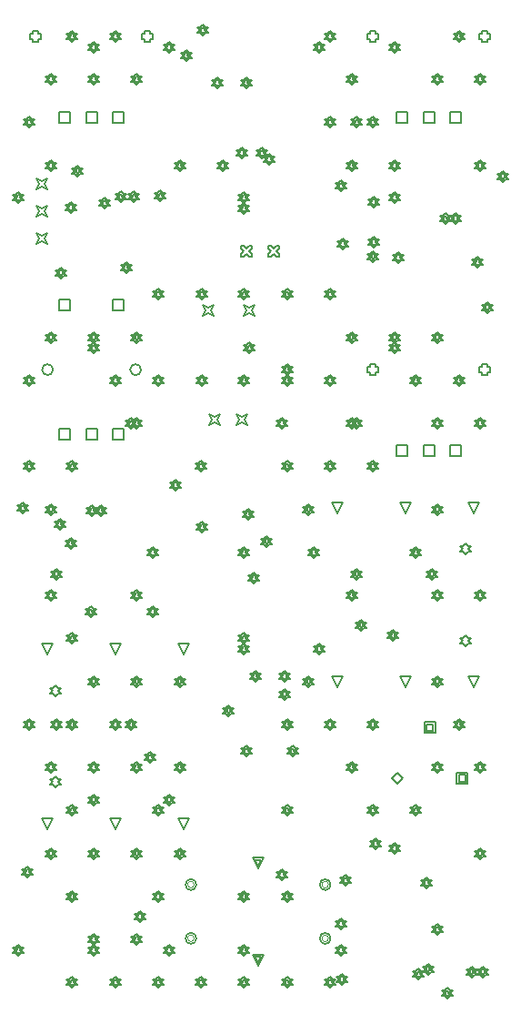
<source format=gbr>
%TF.GenerationSoftware,Altium Limited,Altium Designer,23.4.1 (23)*%
G04 Layer_Color=2752767*
%FSLAX26Y26*%
%MOIN*%
%TF.SameCoordinates,0B69EAEB-4B52-49E6-8846-B3B3CADC8916*%
%TF.FilePolarity,Positive*%
%TF.FileFunction,Drawing*%
%TF.Part,Single*%
G01*
G75*
%TA.AperFunction,NonConductor*%
%ADD125C,0.005000*%
%ADD126C,0.006667*%
%ADD127C,0.004000*%
D125*
X673701Y2518583D02*
X683701Y2538583D01*
X673701Y2558583D01*
X693701Y2548583D01*
X713701Y2558583D01*
X703701Y2538583D01*
X713701Y2518583D01*
X693701Y2528583D01*
X673701Y2518583D01*
X823701D02*
X833701Y2538583D01*
X823701Y2558583D01*
X843701Y2548583D01*
X863701Y2558583D01*
X853701Y2538583D01*
X863701Y2518583D01*
X843701Y2528583D01*
X823701Y2518583D01*
X798701Y2118583D02*
X808701Y2138583D01*
X798701Y2158583D01*
X818701Y2148583D01*
X838701Y2158583D01*
X828701Y2138583D01*
X838701Y2118583D01*
X818701Y2128583D01*
X798701Y2118583D01*
X698701D02*
X708701Y2138583D01*
X698701Y2158583D01*
X718701Y2148583D01*
X738701Y2158583D01*
X728701Y2138583D01*
X738701Y2118583D01*
X718701Y2128583D01*
X698701Y2118583D01*
X1637795Y1310709D02*
X1647795Y1320709D01*
X1657795D01*
X1647795Y1330709D01*
X1657795Y1340709D01*
X1647795D01*
X1637795Y1350709D01*
X1627795Y1340709D01*
X1617795D01*
X1627795Y1330709D01*
X1617795Y1320709D01*
X1627795D01*
X1637795Y1310709D01*
Y1645354D02*
X1647795Y1655354D01*
X1657795D01*
X1647795Y1665354D01*
X1657795Y1675354D01*
X1647795D01*
X1637795Y1685354D01*
X1627795Y1675354D01*
X1617795D01*
X1627795Y1665354D01*
X1617795Y1655354D01*
X1627795D01*
X1637795Y1645354D01*
X1167323Y1797520D02*
X1147323Y1837520D01*
X1187323D01*
X1167323Y1797520D01*
X1667323D02*
X1647323Y1837520D01*
X1687323D01*
X1667323Y1797520D01*
X1417323D02*
X1397323Y1837520D01*
X1437323D01*
X1417323Y1797520D01*
Y1158543D02*
X1397323Y1198543D01*
X1437323D01*
X1417323Y1158543D01*
X1667323D02*
X1647323Y1198543D01*
X1687323D01*
X1667323Y1158543D01*
X1167323D02*
X1147323Y1198543D01*
X1187323D01*
X1167323Y1158543D01*
X133858Y1127638D02*
X143858Y1137638D01*
X153858D01*
X143858Y1147638D01*
X153858Y1157638D01*
X143858D01*
X133858Y1167638D01*
X123858Y1157638D01*
X113858D01*
X123858Y1147638D01*
X113858Y1137638D01*
X123858D01*
X133858Y1127638D01*
Y792992D02*
X143858Y802992D01*
X153858D01*
X143858Y812992D01*
X153858Y822992D01*
X143858D01*
X133858Y832992D01*
X123858Y822992D01*
X113858D01*
X123858Y812992D01*
X113858Y802992D01*
X123858D01*
X133858Y792992D01*
X604331Y640827D02*
X584331Y680827D01*
X624331D01*
X604331Y640827D01*
X104331D02*
X84331Y680827D01*
X124331D01*
X104331Y640827D01*
X354331D02*
X334331Y680827D01*
X374331D01*
X354331Y640827D01*
Y1279803D02*
X334331Y1319803D01*
X374331D01*
X354331Y1279803D01*
X104331D02*
X84331Y1319803D01*
X124331D01*
X104331Y1279803D01*
X604331D02*
X584331Y1319803D01*
X624331D01*
X604331Y1279803D01*
X346142Y2539055D02*
Y2579055D01*
X386142D01*
Y2539055D01*
X346142D01*
X149291D02*
Y2579055D01*
X189291D01*
Y2539055D01*
X149291D01*
X346155Y2066614D02*
Y2106614D01*
X386155D01*
Y2066614D01*
X346155D01*
X247716D02*
Y2106614D01*
X287716D01*
Y2066614D01*
X247716D01*
X149304D02*
Y2106614D01*
X189304D01*
Y2066614D01*
X149304D01*
X462454Y3533319D02*
Y3523319D01*
X482454D01*
Y3533319D01*
X492454D01*
Y3553319D01*
X482454D01*
Y3563319D01*
X462454D01*
Y3553319D01*
X452454D01*
Y3533319D01*
X462454D01*
X149304Y3228043D02*
Y3268043D01*
X189304D01*
Y3228043D01*
X149304D01*
X247729D02*
Y3268043D01*
X287729D01*
Y3228043D01*
X247729D01*
X346155D02*
Y3268043D01*
X386155D01*
Y3228043D01*
X346155D01*
X53005Y3533319D02*
Y3523319D01*
X73005D01*
Y3533319D01*
X83005D01*
Y3553319D01*
X73005D01*
Y3563319D01*
X53005D01*
Y3553319D01*
X43005D01*
Y3533319D01*
X53005D01*
X1698674D02*
Y3523319D01*
X1718674D01*
Y3533319D01*
X1728674D01*
Y3553319D01*
X1718674D01*
Y3563319D01*
X1698674D01*
Y3553319D01*
X1688674D01*
Y3533319D01*
X1698674D01*
X1385525Y3228043D02*
Y3268043D01*
X1425525D01*
Y3228043D01*
X1385525D01*
X1483950D02*
Y3268043D01*
X1523950D01*
Y3228043D01*
X1483950D01*
X1582375D02*
Y3268043D01*
X1622375D01*
Y3228043D01*
X1582375D01*
X1289225Y3533319D02*
Y3523319D01*
X1309225D01*
Y3533319D01*
X1319225D01*
Y3553319D01*
X1309225D01*
Y3563319D01*
X1289225D01*
Y3553319D01*
X1279225D01*
Y3533319D01*
X1289225D01*
Y2312846D02*
Y2302846D01*
X1309225D01*
Y2312846D01*
X1319225D01*
Y2332846D01*
X1309225D01*
Y2342846D01*
X1289225D01*
Y2332846D01*
X1279225D01*
Y2312846D01*
X1289225D01*
X1582375Y2007571D02*
Y2047571D01*
X1622375D01*
Y2007571D01*
X1582375D01*
X1483950D02*
Y2047571D01*
X1523950D01*
Y2007571D01*
X1483950D01*
X1385525D02*
Y2047571D01*
X1425525D01*
Y2007571D01*
X1385525D01*
X1698674Y2312846D02*
Y2302846D01*
X1718674D01*
Y2312846D01*
X1728674D01*
Y2332846D01*
X1718674D01*
Y2342846D01*
X1698674D01*
Y2332846D01*
X1688674D01*
Y2312846D01*
X1698674D01*
X877953Y495748D02*
X857953Y535748D01*
X897953D01*
X877953Y495748D01*
Y503748D02*
X865953Y527748D01*
X889953D01*
X877953Y503748D01*
Y141417D02*
X857953Y181417D01*
X897953D01*
X877953Y141417D01*
Y149417D02*
X865953Y173417D01*
X889953D01*
X877953Y149417D01*
X915827Y2735905D02*
X925827D01*
X935827Y2745905D01*
X945827Y2735905D01*
X955827D01*
Y2745905D01*
X945827Y2755905D01*
X955827Y2765905D01*
Y2775905D01*
X945827D01*
X935827Y2765905D01*
X925827Y2775905D01*
X915827D01*
Y2765905D01*
X925827Y2755905D01*
X915827Y2745905D01*
Y2735905D01*
X815827D02*
X825827D01*
X835827Y2745905D01*
X845827Y2735905D01*
X855827D01*
Y2745905D01*
X845827Y2755905D01*
X855827Y2765905D01*
Y2775905D01*
X845827D01*
X835827Y2765905D01*
X825827Y2775905D01*
X815827D01*
Y2765905D01*
X825827Y2755905D01*
X815827Y2745905D01*
Y2735905D01*
X1369764Y826772D02*
X1389764Y846772D01*
X1409764Y826772D01*
X1389764Y806772D01*
X1369764Y826772D01*
X1487874Y991811D02*
Y1031811D01*
X1527874D01*
Y991811D01*
X1487874D01*
X1495874Y999811D02*
Y1023811D01*
X1519874D01*
Y999811D01*
X1495874D01*
X1605984Y806772D02*
Y846772D01*
X1645984D01*
Y806772D01*
X1605984D01*
X1613984Y814772D02*
Y838772D01*
X1637984D01*
Y814772D01*
X1613984D01*
X66614Y2781575D02*
X76614Y2801575D01*
X66614Y2821575D01*
X86614Y2811575D01*
X106614Y2821575D01*
X96614Y2801575D01*
X106614Y2781575D01*
X86614Y2791575D01*
X66614Y2781575D01*
Y2881575D02*
X76614Y2901575D01*
X66614Y2921575D01*
X86614Y2911575D01*
X106614Y2921575D01*
X96614Y2901575D01*
X106614Y2881575D01*
X86614Y2891575D01*
X66614Y2881575D01*
Y2981575D02*
X76614Y3001575D01*
X66614Y3021575D01*
X86614Y3011575D01*
X106614Y3021575D01*
X96614Y3001575D01*
X106614Y2981575D01*
X86614Y2991575D01*
X66614Y2981575D01*
X190945Y1667008D02*
X200945Y1677008D01*
X210945D01*
X200945Y1687008D01*
X210945Y1697008D01*
X200945D01*
X190945Y1707008D01*
X180945Y1697008D01*
X170945D01*
X180945Y1687008D01*
X170945Y1677008D01*
X180945D01*
X190945Y1667008D01*
Y1675008D02*
X196945Y1681008D01*
X202945D01*
X196945Y1687008D01*
X202945Y1693008D01*
X196945D01*
X190945Y1699008D01*
X184945Y1693008D01*
X178945D01*
X184945Y1687008D01*
X178945Y1681008D01*
X184945D01*
X190945Y1675008D01*
X671260Y2263464D02*
X681260Y2273464D01*
X691260D01*
X681260Y2283464D01*
X691260Y2293464D01*
X681260D01*
X671260Y2303464D01*
X661260Y2293464D01*
X651260D01*
X661260Y2283464D01*
X651260Y2273464D01*
X661260D01*
X671260Y2263464D01*
Y2271464D02*
X677260Y2277464D01*
X683260D01*
X677260Y2283464D01*
X683260Y2289464D01*
X677260D01*
X671260Y2295464D01*
X665260Y2289464D01*
X659260D01*
X665260Y2283464D01*
X659260Y2277464D01*
X665260D01*
X671260Y2271464D01*
Y2578425D02*
X681260Y2588425D01*
X691260D01*
X681260Y2598425D01*
X691260Y2608425D01*
X681260D01*
X671260Y2618425D01*
X661260Y2608425D01*
X651260D01*
X661260Y2598425D01*
X651260Y2588425D01*
X661260D01*
X671260Y2578425D01*
Y2586425D02*
X677260Y2592425D01*
X683260D01*
X677260Y2598425D01*
X683260Y2604425D01*
X677260D01*
X671260Y2610425D01*
X665260Y2604425D01*
X659260D01*
X665260Y2598425D01*
X659260Y2592425D01*
X665260D01*
X671260Y2586425D01*
X275591Y176851D02*
X285591Y186851D01*
X295591D01*
X285591Y196851D01*
X295591Y206851D01*
X285591D01*
X275591Y216851D01*
X265591Y206851D01*
X255591D01*
X265591Y196851D01*
X255591Y186851D01*
X265591D01*
X275591Y176851D01*
Y184851D02*
X281591Y190851D01*
X287591D01*
X281591Y196851D01*
X287591Y202851D01*
X281591D01*
X275591Y208851D01*
X269591Y202851D01*
X263591D01*
X269591Y196851D01*
X263591Y190851D01*
X269591D01*
X275591Y184851D01*
Y728032D02*
X285591Y738032D01*
X295591D01*
X285591Y748032D01*
X295591Y758032D01*
X285591D01*
X275591Y768032D01*
X265591Y758032D01*
X255591D01*
X265591Y748032D01*
X255591Y738032D01*
X265591D01*
X275591Y728032D01*
Y736032D02*
X281591Y742032D01*
X287591D01*
X281591Y748032D01*
X287591Y754032D01*
X281591D01*
X275591Y760032D01*
X269591Y754032D01*
X263591D01*
X269591Y748032D01*
X263591Y742032D01*
X269591D01*
X275591Y736032D01*
X551181Y728032D02*
X561181Y738032D01*
X571181D01*
X561181Y748032D01*
X571181Y758032D01*
X561181D01*
X551181Y768032D01*
X541181Y758032D01*
X531181D01*
X541181Y748032D01*
X531181Y738032D01*
X541181D01*
X551181Y728032D01*
Y736032D02*
X557181Y742032D01*
X563181D01*
X557181Y748032D01*
X563181Y754032D01*
X557181D01*
X551181Y760032D01*
X545181Y754032D01*
X539181D01*
X545181Y748032D01*
X539181Y742032D01*
X545181D01*
X551181Y736032D01*
X826772Y1279213D02*
X836772Y1289213D01*
X846772D01*
X836772Y1299213D01*
X846772Y1309213D01*
X836772D01*
X826772Y1319213D01*
X816772Y1309213D01*
X806772D01*
X816772Y1299213D01*
X806772Y1289213D01*
X816772D01*
X826772Y1279213D01*
Y1287213D02*
X832772Y1293213D01*
X838772D01*
X832772Y1299213D01*
X838772Y1305213D01*
X832772D01*
X826772Y1311213D01*
X820772Y1305213D01*
X814772D01*
X820772Y1299213D01*
X814772Y1293213D01*
X820772D01*
X826772Y1287213D01*
X0Y2932757D02*
X10000Y2942757D01*
X20000D01*
X10000Y2952757D01*
X20000Y2962757D01*
X10000D01*
X0Y2972757D01*
X-10000Y2962757D01*
X-20000D01*
X-10000Y2952757D01*
X-20000Y2942757D01*
X-10000D01*
X0Y2932757D01*
Y2940757D02*
X6000Y2946757D01*
X12000D01*
X6000Y2952757D01*
X12000Y2958757D01*
X6000D01*
X0Y2964757D01*
X-6000Y2958757D01*
X-12000D01*
X-6000Y2952757D01*
X-12000Y2946757D01*
X-6000D01*
X0Y2940757D01*
X275591Y2381575D02*
X285591Y2391575D01*
X295591D01*
X285591Y2401575D01*
X295591Y2411575D01*
X285591D01*
X275591Y2421575D01*
X265591Y2411575D01*
X255591D01*
X265591Y2401575D01*
X255591Y2391575D01*
X265591D01*
X275591Y2381575D01*
Y2389575D02*
X281591Y2395575D01*
X287591D01*
X281591Y2401575D01*
X287591Y2407575D01*
X281591D01*
X275591Y2413575D01*
X269591Y2407575D01*
X263591D01*
X269591Y2401575D01*
X263591Y2395575D01*
X269591D01*
X275591Y2389575D01*
Y3483938D02*
X285591Y3493938D01*
X295591D01*
X285591Y3503938D01*
X295591Y3513938D01*
X285591D01*
X275591Y3523938D01*
X265591Y3513938D01*
X255591D01*
X265591Y3503938D01*
X255591Y3493938D01*
X265591D01*
X275591Y3483938D01*
Y3491938D02*
X281591Y3497938D01*
X287591D01*
X281591Y3503938D01*
X287591Y3509938D01*
X281591D01*
X275591Y3515938D01*
X269591Y3509938D01*
X263591D01*
X269591Y3503938D01*
X263591Y3497938D01*
X269591D01*
X275591Y3491938D01*
X551181Y3483938D02*
X561181Y3493938D01*
X571181D01*
X561181Y3503938D01*
X571181Y3513938D01*
X561181D01*
X551181Y3523938D01*
X541181Y3513938D01*
X531181D01*
X541181Y3503938D01*
X531181Y3493938D01*
X541181D01*
X551181Y3483938D01*
Y3491938D02*
X557181Y3497938D01*
X563181D01*
X557181Y3503938D01*
X563181Y3509938D01*
X557181D01*
X551181Y3515938D01*
X545181Y3509938D01*
X539181D01*
X545181Y3503938D01*
X539181Y3497938D01*
X545181D01*
X551181Y3491938D01*
X826772Y2932757D02*
X836772Y2942757D01*
X846772D01*
X836772Y2952757D01*
X846772Y2962757D01*
X836772D01*
X826772Y2972757D01*
X816772Y2962757D01*
X806772D01*
X816772Y2952757D01*
X806772Y2942757D01*
X816772D01*
X826772Y2932757D01*
Y2940757D02*
X832772Y2946757D01*
X838772D01*
X832772Y2952757D01*
X838772Y2958757D01*
X832772D01*
X826772Y2964757D01*
X820772Y2958757D01*
X814772D01*
X820772Y2952757D01*
X814772Y2946757D01*
X820772D01*
X826772Y2940757D01*
X964567Y452441D02*
X974567Y462441D01*
X984567D01*
X974567Y472441D01*
X984567Y482441D01*
X974567D01*
X964567Y492441D01*
X954567Y482441D01*
X944567D01*
X954567Y472441D01*
X944567Y462441D01*
X954567D01*
X964567Y452441D01*
Y460441D02*
X970567Y466441D01*
X976567D01*
X970567Y472441D01*
X976567Y478441D01*
X970567D01*
X964567Y484441D01*
X958567Y478441D01*
X952567D01*
X958567Y472441D01*
X952567Y466441D01*
X958567D01*
X964567Y460441D01*
X1102363Y1279213D02*
X1112363Y1289213D01*
X1122363D01*
X1112363Y1299213D01*
X1122363Y1309213D01*
X1112363D01*
X1102363Y1319213D01*
X1092363Y1309213D01*
X1082363D01*
X1092363Y1299213D01*
X1082363Y1289213D01*
X1092363D01*
X1102363Y1279213D01*
Y1287213D02*
X1108363Y1293213D01*
X1114363D01*
X1108363Y1299213D01*
X1114363Y1305213D01*
X1108363D01*
X1102363Y1311213D01*
X1096363Y1305213D01*
X1090363D01*
X1096363Y1299213D01*
X1090363Y1293213D01*
X1096363D01*
X1102363Y1287213D01*
X964567Y2105985D02*
X974567Y2115985D01*
X984567D01*
X974567Y2125985D01*
X984567Y2135985D01*
X974567D01*
X964567Y2145985D01*
X954567Y2135985D01*
X944567D01*
X954567Y2125985D01*
X944567Y2115985D01*
X954567D01*
X964567Y2105985D01*
Y2113985D02*
X970567Y2119985D01*
X976567D01*
X970567Y2125985D01*
X976567Y2131985D01*
X970567D01*
X964567Y2137985D01*
X958567Y2131985D01*
X952567D01*
X958567Y2125985D01*
X952567Y2119985D01*
X958567D01*
X964567Y2113985D01*
X1240158Y1554804D02*
X1250158Y1564804D01*
X1260158D01*
X1250158Y1574804D01*
X1260158Y1584804D01*
X1250158D01*
X1240158Y1594804D01*
X1230158Y1584804D01*
X1220158D01*
X1230158Y1574804D01*
X1220158Y1564804D01*
X1230158D01*
X1240158Y1554804D01*
Y1562804D02*
X1246158Y1568804D01*
X1252158D01*
X1246158Y1574804D01*
X1252158Y1580804D01*
X1246158D01*
X1240158Y1586804D01*
X1234158Y1580804D01*
X1228158D01*
X1234158Y1574804D01*
X1228158Y1568804D01*
X1234158D01*
X1240158Y1562804D01*
X1377953Y3483938D02*
X1387953Y3493938D01*
X1397953D01*
X1387953Y3503938D01*
X1397953Y3513938D01*
X1387953D01*
X1377953Y3523938D01*
X1367953Y3513938D01*
X1357953D01*
X1367953Y3503938D01*
X1357953Y3493938D01*
X1367953D01*
X1377953Y3483938D01*
Y3491938D02*
X1383953Y3497938D01*
X1389953D01*
X1383953Y3503938D01*
X1389953Y3509938D01*
X1383953D01*
X1377953Y3515938D01*
X1371953Y3509938D01*
X1365953D01*
X1371953Y3503938D01*
X1365953Y3497938D01*
X1371953D01*
X1377953Y3491938D01*
X1614173Y3523307D02*
X1624173Y3533307D01*
X1634173D01*
X1624173Y3543307D01*
X1634173Y3553307D01*
X1624173D01*
X1614173Y3563307D01*
X1604173Y3553307D01*
X1594173D01*
X1604173Y3543307D01*
X1594173Y3533307D01*
X1604173D01*
X1614173Y3523307D01*
Y3531307D02*
X1620173Y3537307D01*
X1626173D01*
X1620173Y3543307D01*
X1626173Y3549307D01*
X1620173D01*
X1614173Y3555307D01*
X1608173Y3549307D01*
X1602173D01*
X1608173Y3543307D01*
X1602173Y3537307D01*
X1608173D01*
X1614173Y3531307D01*
X1692913Y3365826D02*
X1702913Y3375826D01*
X1712913D01*
X1702913Y3385826D01*
X1712913Y3395826D01*
X1702913D01*
X1692913Y3405826D01*
X1682913Y3395826D01*
X1672913D01*
X1682913Y3385826D01*
X1672913Y3375826D01*
X1682913D01*
X1692913Y3365826D01*
Y3373826D02*
X1698913Y3379826D01*
X1704913D01*
X1698913Y3385826D01*
X1704913Y3391826D01*
X1698913D01*
X1692913Y3397826D01*
X1686913Y3391826D01*
X1680913D01*
X1686913Y3385826D01*
X1680913Y3379826D01*
X1686913D01*
X1692913Y3373826D01*
Y3050866D02*
X1702913Y3060866D01*
X1712913D01*
X1702913Y3070866D01*
X1712913Y3080866D01*
X1702913D01*
X1692913Y3090866D01*
X1682913Y3080866D01*
X1672913D01*
X1682913Y3070866D01*
X1672913Y3060866D01*
X1682913D01*
X1692913Y3050866D01*
Y3058866D02*
X1698913Y3064866D01*
X1704913D01*
X1698913Y3070866D01*
X1704913Y3076866D01*
X1698913D01*
X1692913Y3082866D01*
X1686913Y3076866D01*
X1680913D01*
X1686913Y3070866D01*
X1680913Y3064866D01*
X1686913D01*
X1692913Y3058866D01*
X1614173Y2263464D02*
X1624173Y2273464D01*
X1634173D01*
X1624173Y2283464D01*
X1634173Y2293464D01*
X1624173D01*
X1614173Y2303464D01*
X1604173Y2293464D01*
X1594173D01*
X1604173Y2283464D01*
X1594173Y2273464D01*
X1604173D01*
X1614173Y2263464D01*
Y2271464D02*
X1620173Y2277464D01*
X1626173D01*
X1620173Y2283464D01*
X1626173Y2289464D01*
X1620173D01*
X1614173Y2295464D01*
X1608173Y2289464D01*
X1602173D01*
X1608173Y2283464D01*
X1602173Y2277464D01*
X1608173D01*
X1614173Y2271464D01*
X1692913Y2105984D02*
X1702913Y2115984D01*
X1712913D01*
X1702913Y2125984D01*
X1712913Y2135984D01*
X1702913D01*
X1692913Y2145984D01*
X1682913Y2135984D01*
X1672913D01*
X1682913Y2125984D01*
X1672913Y2115984D01*
X1682913D01*
X1692913Y2105984D01*
Y2113984D02*
X1698913Y2119984D01*
X1704913D01*
X1698913Y2125984D01*
X1704913Y2131984D01*
X1698913D01*
X1692913Y2137984D01*
X1686913Y2131984D01*
X1680913D01*
X1686913Y2125984D01*
X1680913Y2119984D01*
X1686913D01*
X1692913Y2113984D01*
Y1476063D02*
X1702913Y1486063D01*
X1712913D01*
X1702913Y1496063D01*
X1712913Y1506063D01*
X1702913D01*
X1692913Y1516063D01*
X1682913Y1506063D01*
X1672913D01*
X1682913Y1496063D01*
X1672913Y1486063D01*
X1682913D01*
X1692913Y1476063D01*
Y1484063D02*
X1698913Y1490063D01*
X1704913D01*
X1698913Y1496063D01*
X1704913Y1502063D01*
X1698913D01*
X1692913Y1508063D01*
X1686913Y1502063D01*
X1680913D01*
X1686913Y1496063D01*
X1680913Y1490063D01*
X1686913D01*
X1692913Y1484063D01*
X1614173Y1003622D02*
X1624173Y1013622D01*
X1634173D01*
X1624173Y1023622D01*
X1634173Y1033622D01*
X1624173D01*
X1614173Y1043622D01*
X1604173Y1033622D01*
X1594173D01*
X1604173Y1023622D01*
X1594173Y1013622D01*
X1604173D01*
X1614173Y1003622D01*
Y1011622D02*
X1620173Y1017622D01*
X1626173D01*
X1620173Y1023622D01*
X1626173Y1029622D01*
X1620173D01*
X1614173Y1035622D01*
X1608173Y1029622D01*
X1602173D01*
X1608173Y1023622D01*
X1602173Y1017622D01*
X1608173D01*
X1614173Y1011622D01*
X1692913Y846141D02*
X1702913Y856141D01*
X1712913D01*
X1702913Y866141D01*
X1712913Y876141D01*
X1702913D01*
X1692913Y886141D01*
X1682913Y876141D01*
X1672913D01*
X1682913Y866141D01*
X1672913Y856141D01*
X1682913D01*
X1692913Y846141D01*
Y854141D02*
X1698913Y860141D01*
X1704913D01*
X1698913Y866141D01*
X1704913Y872141D01*
X1698913D01*
X1692913Y878141D01*
X1686913Y872141D01*
X1680913D01*
X1686913Y866141D01*
X1680913Y860141D01*
X1686913D01*
X1692913Y854141D01*
Y531181D02*
X1702913Y541181D01*
X1712913D01*
X1702913Y551181D01*
X1712913Y561181D01*
X1702913D01*
X1692913Y571181D01*
X1682913Y561181D01*
X1672913D01*
X1682913Y551181D01*
X1672913Y541181D01*
X1682913D01*
X1692913Y531181D01*
Y539181D02*
X1698913Y545181D01*
X1704913D01*
X1698913Y551181D01*
X1704913Y557181D01*
X1698913D01*
X1692913Y563181D01*
X1686913Y557181D01*
X1680913D01*
X1686913Y551181D01*
X1680913Y545181D01*
X1686913D01*
X1692913Y539181D01*
X1535433Y3365826D02*
X1545433Y3375826D01*
X1555433D01*
X1545433Y3385826D01*
X1555433Y3395826D01*
X1545433D01*
X1535433Y3405826D01*
X1525433Y3395826D01*
X1515433D01*
X1525433Y3385826D01*
X1515433Y3375826D01*
X1525433D01*
X1535433Y3365826D01*
Y3373826D02*
X1541433Y3379826D01*
X1547433D01*
X1541433Y3385826D01*
X1547433Y3391826D01*
X1541433D01*
X1535433Y3397826D01*
X1529433Y3391826D01*
X1523433D01*
X1529433Y3385826D01*
X1523433Y3379826D01*
X1529433D01*
X1535433Y3373826D01*
Y2420945D02*
X1545433Y2430945D01*
X1555433D01*
X1545433Y2440945D01*
X1555433Y2450945D01*
X1545433D01*
X1535433Y2460945D01*
X1525433Y2450945D01*
X1515433D01*
X1525433Y2440945D01*
X1515433Y2430945D01*
X1525433D01*
X1535433Y2420945D01*
Y2428945D02*
X1541433Y2434945D01*
X1547433D01*
X1541433Y2440945D01*
X1547433Y2446945D01*
X1541433D01*
X1535433Y2452945D01*
X1529433Y2446945D01*
X1523433D01*
X1529433Y2440945D01*
X1523433Y2434945D01*
X1529433D01*
X1535433Y2428945D01*
X1456693Y2263464D02*
X1466693Y2273464D01*
X1476693D01*
X1466693Y2283464D01*
X1476693Y2293464D01*
X1466693D01*
X1456693Y2303464D01*
X1446693Y2293464D01*
X1436693D01*
X1446693Y2283464D01*
X1436693Y2273464D01*
X1446693D01*
X1456693Y2263464D01*
Y2271464D02*
X1462693Y2277464D01*
X1468693D01*
X1462693Y2283464D01*
X1468693Y2289464D01*
X1462693D01*
X1456693Y2295464D01*
X1450693Y2289464D01*
X1444693D01*
X1450693Y2283464D01*
X1444693Y2277464D01*
X1450693D01*
X1456693Y2271464D01*
X1535433Y2105984D02*
X1545433Y2115984D01*
X1555433D01*
X1545433Y2125984D01*
X1555433Y2135984D01*
X1545433D01*
X1535433Y2145984D01*
X1525433Y2135984D01*
X1515433D01*
X1525433Y2125984D01*
X1515433Y2115984D01*
X1525433D01*
X1535433Y2105984D01*
Y2113984D02*
X1541433Y2119984D01*
X1547433D01*
X1541433Y2125984D01*
X1547433Y2131984D01*
X1541433D01*
X1535433Y2137984D01*
X1529433Y2131984D01*
X1523433D01*
X1529433Y2125984D01*
X1523433Y2119984D01*
X1529433D01*
X1535433Y2113984D01*
Y1791023D02*
X1545433Y1801023D01*
X1555433D01*
X1545433Y1811023D01*
X1555433Y1821023D01*
X1545433D01*
X1535433Y1831023D01*
X1525433Y1821023D01*
X1515433D01*
X1525433Y1811023D01*
X1515433Y1801023D01*
X1525433D01*
X1535433Y1791023D01*
Y1799023D02*
X1541433Y1805023D01*
X1547433D01*
X1541433Y1811023D01*
X1547433Y1817023D01*
X1541433D01*
X1535433Y1823023D01*
X1529433Y1817023D01*
X1523433D01*
X1529433Y1811023D01*
X1523433Y1805023D01*
X1529433D01*
X1535433Y1799023D01*
X1456693Y1633543D02*
X1466693Y1643543D01*
X1476693D01*
X1466693Y1653543D01*
X1476693Y1663543D01*
X1466693D01*
X1456693Y1673543D01*
X1446693Y1663543D01*
X1436693D01*
X1446693Y1653543D01*
X1436693Y1643543D01*
X1446693D01*
X1456693Y1633543D01*
Y1641543D02*
X1462693Y1647543D01*
X1468693D01*
X1462693Y1653543D01*
X1468693Y1659543D01*
X1462693D01*
X1456693Y1665543D01*
X1450693Y1659543D01*
X1444693D01*
X1450693Y1653543D01*
X1444693Y1647543D01*
X1450693D01*
X1456693Y1641543D01*
X1535433Y1476063D02*
X1545433Y1486063D01*
X1555433D01*
X1545433Y1496063D01*
X1555433Y1506063D01*
X1545433D01*
X1535433Y1516063D01*
X1525433Y1506063D01*
X1515433D01*
X1525433Y1496063D01*
X1515433Y1486063D01*
X1525433D01*
X1535433Y1476063D01*
Y1484063D02*
X1541433Y1490063D01*
X1547433D01*
X1541433Y1496063D01*
X1547433Y1502063D01*
X1541433D01*
X1535433Y1508063D01*
X1529433Y1502063D01*
X1523433D01*
X1529433Y1496063D01*
X1523433Y1490063D01*
X1529433D01*
X1535433Y1484063D01*
Y1161102D02*
X1545433Y1171102D01*
X1555433D01*
X1545433Y1181102D01*
X1555433Y1191102D01*
X1545433D01*
X1535433Y1201102D01*
X1525433Y1191102D01*
X1515433D01*
X1525433Y1181102D01*
X1515433Y1171102D01*
X1525433D01*
X1535433Y1161102D01*
Y1169102D02*
X1541433Y1175102D01*
X1547433D01*
X1541433Y1181102D01*
X1547433Y1187102D01*
X1541433D01*
X1535433Y1193102D01*
X1529433Y1187102D01*
X1523433D01*
X1529433Y1181102D01*
X1523433Y1175102D01*
X1529433D01*
X1535433Y1169102D01*
Y846141D02*
X1545433Y856141D01*
X1555433D01*
X1545433Y866141D01*
X1555433Y876141D01*
X1545433D01*
X1535433Y886141D01*
X1525433Y876141D01*
X1515433D01*
X1525433Y866141D01*
X1515433Y856141D01*
X1525433D01*
X1535433Y846141D01*
Y854141D02*
X1541433Y860141D01*
X1547433D01*
X1541433Y866141D01*
X1547433Y872141D01*
X1541433D01*
X1535433Y878141D01*
X1529433Y872141D01*
X1523433D01*
X1529433Y866141D01*
X1523433Y860141D01*
X1529433D01*
X1535433Y854141D01*
X1456693Y688661D02*
X1466693Y698661D01*
X1476693D01*
X1466693Y708661D01*
X1476693Y718661D01*
X1466693D01*
X1456693Y728661D01*
X1446693Y718661D01*
X1436693D01*
X1446693Y708661D01*
X1436693Y698661D01*
X1446693D01*
X1456693Y688661D01*
Y696661D02*
X1462693Y702661D01*
X1468693D01*
X1462693Y708661D01*
X1468693Y714661D01*
X1462693D01*
X1456693Y720661D01*
X1450693Y714661D01*
X1444693D01*
X1450693Y708661D01*
X1444693Y702661D01*
X1450693D01*
X1456693Y696661D01*
X1299212Y3208346D02*
X1309212Y3218346D01*
X1319212D01*
X1309212Y3228346D01*
X1319212Y3238346D01*
X1309212D01*
X1299212Y3248346D01*
X1289212Y3238346D01*
X1279212D01*
X1289212Y3228346D01*
X1279212Y3218346D01*
X1289212D01*
X1299212Y3208346D01*
Y3216346D02*
X1305212Y3222346D01*
X1311212D01*
X1305212Y3228346D01*
X1311212Y3234346D01*
X1305212D01*
X1299212Y3240346D01*
X1293212Y3234346D01*
X1287212D01*
X1293212Y3228346D01*
X1287212Y3222346D01*
X1293212D01*
X1299212Y3216346D01*
X1377952Y3050866D02*
X1387952Y3060866D01*
X1397952D01*
X1387952Y3070866D01*
X1397952Y3080866D01*
X1387952D01*
X1377952Y3090866D01*
X1367952Y3080866D01*
X1357952D01*
X1367952Y3070866D01*
X1357952Y3060866D01*
X1367952D01*
X1377952Y3050866D01*
Y3058866D02*
X1383952Y3064866D01*
X1389952D01*
X1383952Y3070866D01*
X1389952Y3076866D01*
X1383952D01*
X1377952Y3082866D01*
X1371952Y3076866D01*
X1365952D01*
X1371952Y3070866D01*
X1365952Y3064866D01*
X1371952D01*
X1377952Y3058866D01*
Y2420945D02*
X1387952Y2430945D01*
X1397952D01*
X1387952Y2440945D01*
X1397952Y2450945D01*
X1387952D01*
X1377952Y2460945D01*
X1367952Y2450945D01*
X1357952D01*
X1367952Y2440945D01*
X1357952Y2430945D01*
X1367952D01*
X1377952Y2420945D01*
Y2428945D02*
X1383952Y2434945D01*
X1389952D01*
X1383952Y2440945D01*
X1389952Y2446945D01*
X1383952D01*
X1377952Y2452945D01*
X1371952Y2446945D01*
X1365952D01*
X1371952Y2440945D01*
X1365952Y2434945D01*
X1371952D01*
X1377952Y2428945D01*
X1299212Y1948504D02*
X1309212Y1958504D01*
X1319212D01*
X1309212Y1968504D01*
X1319212Y1978504D01*
X1309212D01*
X1299212Y1988504D01*
X1289212Y1978504D01*
X1279212D01*
X1289212Y1968504D01*
X1279212Y1958504D01*
X1289212D01*
X1299212Y1948504D01*
Y1956504D02*
X1305212Y1962504D01*
X1311212D01*
X1305212Y1968504D01*
X1311212Y1974504D01*
X1305212D01*
X1299212Y1980504D01*
X1293212Y1974504D01*
X1287212D01*
X1293212Y1968504D01*
X1287212Y1962504D01*
X1293212D01*
X1299212Y1956504D01*
Y1003622D02*
X1309212Y1013622D01*
X1319212D01*
X1309212Y1023622D01*
X1319212Y1033622D01*
X1309212D01*
X1299212Y1043622D01*
X1289212Y1033622D01*
X1279212D01*
X1289212Y1023622D01*
X1279212Y1013622D01*
X1289212D01*
X1299212Y1003622D01*
Y1011622D02*
X1305212Y1017622D01*
X1311212D01*
X1305212Y1023622D01*
X1311212Y1029622D01*
X1305212D01*
X1299212Y1035622D01*
X1293212Y1029622D01*
X1287212D01*
X1293212Y1023622D01*
X1287212Y1017622D01*
X1293212D01*
X1299212Y1011622D01*
Y688661D02*
X1309212Y698661D01*
X1319212D01*
X1309212Y708661D01*
X1319212Y718661D01*
X1309212D01*
X1299212Y728661D01*
X1289212Y718661D01*
X1279212D01*
X1289212Y708661D01*
X1279212Y698661D01*
X1289212D01*
X1299212Y688661D01*
Y696661D02*
X1305212Y702661D01*
X1311212D01*
X1305212Y708661D01*
X1311212Y714661D01*
X1305212D01*
X1299212Y720661D01*
X1293212Y714661D01*
X1287212D01*
X1293212Y708661D01*
X1287212Y702661D01*
X1293212D01*
X1299212Y696661D01*
X1141732Y3523307D02*
X1151732Y3533307D01*
X1161732D01*
X1151732Y3543307D01*
X1161732Y3553307D01*
X1151732D01*
X1141732Y3563307D01*
X1131732Y3553307D01*
X1121732D01*
X1131732Y3543307D01*
X1121732Y3533307D01*
X1131732D01*
X1141732Y3523307D01*
Y3531307D02*
X1147732Y3537307D01*
X1153732D01*
X1147732Y3543307D01*
X1153732Y3549307D01*
X1147732D01*
X1141732Y3555307D01*
X1135732Y3549307D01*
X1129732D01*
X1135732Y3543307D01*
X1129732Y3537307D01*
X1135732D01*
X1141732Y3531307D01*
X1220472Y3365826D02*
X1230472Y3375826D01*
X1240472D01*
X1230472Y3385826D01*
X1240472Y3395826D01*
X1230472D01*
X1220472Y3405826D01*
X1210472Y3395826D01*
X1200472D01*
X1210472Y3385826D01*
X1200472Y3375826D01*
X1210472D01*
X1220472Y3365826D01*
Y3373826D02*
X1226472Y3379826D01*
X1232472D01*
X1226472Y3385826D01*
X1232472Y3391826D01*
X1226472D01*
X1220472Y3397826D01*
X1214472Y3391826D01*
X1208472D01*
X1214472Y3385826D01*
X1208472Y3379826D01*
X1214472D01*
X1220472Y3373826D01*
X1141732Y3208346D02*
X1151732Y3218346D01*
X1161732D01*
X1151732Y3228346D01*
X1161732Y3238346D01*
X1151732D01*
X1141732Y3248346D01*
X1131732Y3238346D01*
X1121732D01*
X1131732Y3228346D01*
X1121732Y3218346D01*
X1131732D01*
X1141732Y3208346D01*
Y3216346D02*
X1147732Y3222346D01*
X1153732D01*
X1147732Y3228346D01*
X1153732Y3234346D01*
X1147732D01*
X1141732Y3240346D01*
X1135732Y3234346D01*
X1129732D01*
X1135732Y3228346D01*
X1129732Y3222346D01*
X1135732D01*
X1141732Y3216346D01*
X1220472Y3050866D02*
X1230472Y3060866D01*
X1240472D01*
X1230472Y3070866D01*
X1240472Y3080866D01*
X1230472D01*
X1220472Y3090866D01*
X1210472Y3080866D01*
X1200472D01*
X1210472Y3070866D01*
X1200472Y3060866D01*
X1210472D01*
X1220472Y3050866D01*
Y3058866D02*
X1226472Y3064866D01*
X1232472D01*
X1226472Y3070866D01*
X1232472Y3076866D01*
X1226472D01*
X1220472Y3082866D01*
X1214472Y3076866D01*
X1208472D01*
X1214472Y3070866D01*
X1208472Y3064866D01*
X1214472D01*
X1220472Y3058866D01*
X1141732Y2578425D02*
X1151732Y2588425D01*
X1161732D01*
X1151732Y2598425D01*
X1161732Y2608425D01*
X1151732D01*
X1141732Y2618425D01*
X1131732Y2608425D01*
X1121732D01*
X1131732Y2598425D01*
X1121732Y2588425D01*
X1131732D01*
X1141732Y2578425D01*
Y2586425D02*
X1147732Y2592425D01*
X1153732D01*
X1147732Y2598425D01*
X1153732Y2604425D01*
X1147732D01*
X1141732Y2610425D01*
X1135732Y2604425D01*
X1129732D01*
X1135732Y2598425D01*
X1129732Y2592425D01*
X1135732D01*
X1141732Y2586425D01*
X1220472Y2420945D02*
X1230472Y2430945D01*
X1240472D01*
X1230472Y2440945D01*
X1240472Y2450945D01*
X1230472D01*
X1220472Y2460945D01*
X1210472Y2450945D01*
X1200472D01*
X1210472Y2440945D01*
X1200472Y2430945D01*
X1210472D01*
X1220472Y2420945D01*
Y2428945D02*
X1226472Y2434945D01*
X1232472D01*
X1226472Y2440945D01*
X1232472Y2446945D01*
X1226472D01*
X1220472Y2452945D01*
X1214472Y2446945D01*
X1208472D01*
X1214472Y2440945D01*
X1208472Y2434945D01*
X1214472D01*
X1220472Y2428945D01*
X1141732Y2263464D02*
X1151732Y2273464D01*
X1161732D01*
X1151732Y2283464D01*
X1161732Y2293464D01*
X1151732D01*
X1141732Y2303464D01*
X1131732Y2293464D01*
X1121732D01*
X1131732Y2283464D01*
X1121732Y2273464D01*
X1131732D01*
X1141732Y2263464D01*
Y2271464D02*
X1147732Y2277464D01*
X1153732D01*
X1147732Y2283464D01*
X1153732Y2289464D01*
X1147732D01*
X1141732Y2295464D01*
X1135732Y2289464D01*
X1129732D01*
X1135732Y2283464D01*
X1129732Y2277464D01*
X1135732D01*
X1141732Y2271464D01*
X1220472Y2105984D02*
X1230472Y2115984D01*
X1240472D01*
X1230472Y2125984D01*
X1240472Y2135984D01*
X1230472D01*
X1220472Y2145984D01*
X1210472Y2135984D01*
X1200472D01*
X1210472Y2125984D01*
X1200472Y2115984D01*
X1210472D01*
X1220472Y2105984D01*
Y2113984D02*
X1226472Y2119984D01*
X1232472D01*
X1226472Y2125984D01*
X1232472Y2131984D01*
X1226472D01*
X1220472Y2137984D01*
X1214472Y2131984D01*
X1208472D01*
X1214472Y2125984D01*
X1208472Y2119984D01*
X1214472D01*
X1220472Y2113984D01*
X1141732Y1948504D02*
X1151732Y1958504D01*
X1161732D01*
X1151732Y1968504D01*
X1161732Y1978504D01*
X1151732D01*
X1141732Y1988504D01*
X1131732Y1978504D01*
X1121732D01*
X1131732Y1968504D01*
X1121732Y1958504D01*
X1131732D01*
X1141732Y1948504D01*
Y1956504D02*
X1147732Y1962504D01*
X1153732D01*
X1147732Y1968504D01*
X1153732Y1974504D01*
X1147732D01*
X1141732Y1980504D01*
X1135732Y1974504D01*
X1129732D01*
X1135732Y1968504D01*
X1129732Y1962504D01*
X1135732D01*
X1141732Y1956504D01*
X1220472Y1476063D02*
X1230472Y1486063D01*
X1240472D01*
X1230472Y1496063D01*
X1240472Y1506063D01*
X1230472D01*
X1220472Y1516063D01*
X1210472Y1506063D01*
X1200472D01*
X1210472Y1496063D01*
X1200472Y1486063D01*
X1210472D01*
X1220472Y1476063D01*
Y1484063D02*
X1226472Y1490063D01*
X1232472D01*
X1226472Y1496063D01*
X1232472Y1502063D01*
X1226472D01*
X1220472Y1508063D01*
X1214472Y1502063D01*
X1208472D01*
X1214472Y1496063D01*
X1208472Y1490063D01*
X1214472D01*
X1220472Y1484063D01*
X1141732Y1003622D02*
X1151732Y1013622D01*
X1161732D01*
X1151732Y1023622D01*
X1161732Y1033622D01*
X1151732D01*
X1141732Y1043622D01*
X1131732Y1033622D01*
X1121732D01*
X1131732Y1023622D01*
X1121732Y1013622D01*
X1131732D01*
X1141732Y1003622D01*
Y1011622D02*
X1147732Y1017622D01*
X1153732D01*
X1147732Y1023622D01*
X1153732Y1029622D01*
X1147732D01*
X1141732Y1035622D01*
X1135732Y1029622D01*
X1129732D01*
X1135732Y1023622D01*
X1129732Y1017622D01*
X1135732D01*
X1141732Y1011622D01*
X1220472Y846141D02*
X1230472Y856141D01*
X1240472D01*
X1230472Y866141D01*
X1240472Y876141D01*
X1230472D01*
X1220472Y886141D01*
X1210472Y876141D01*
X1200472D01*
X1210472Y866141D01*
X1200472Y856141D01*
X1210472D01*
X1220472Y846141D01*
Y854141D02*
X1226472Y860141D01*
X1232472D01*
X1226472Y866141D01*
X1232472Y872141D01*
X1226472D01*
X1220472Y878141D01*
X1214472Y872141D01*
X1208472D01*
X1214472Y866141D01*
X1208472Y860141D01*
X1214472D01*
X1220472Y854141D01*
X1141732Y58740D02*
X1151732Y68740D01*
X1161732D01*
X1151732Y78740D01*
X1161732Y88740D01*
X1151732D01*
X1141732Y98740D01*
X1131732Y88740D01*
X1121732D01*
X1131732Y78740D01*
X1121732Y68740D01*
X1131732D01*
X1141732Y58740D01*
Y66740D02*
X1147732Y72740D01*
X1153732D01*
X1147732Y78740D01*
X1153732Y84740D01*
X1147732D01*
X1141732Y90740D01*
X1135732Y84740D01*
X1129732D01*
X1135732Y78740D01*
X1129732Y72740D01*
X1135732D01*
X1141732Y66740D01*
X984252Y2578425D02*
X994252Y2588425D01*
X1004252D01*
X994252Y2598425D01*
X1004252Y2608425D01*
X994252D01*
X984252Y2618425D01*
X974252Y2608425D01*
X964252D01*
X974252Y2598425D01*
X964252Y2588425D01*
X974252D01*
X984252Y2578425D01*
Y2586425D02*
X990252Y2592425D01*
X996252D01*
X990252Y2598425D01*
X996252Y2604425D01*
X990252D01*
X984252Y2610425D01*
X978252Y2604425D01*
X972252D01*
X978252Y2598425D01*
X972252Y2592425D01*
X978252D01*
X984252Y2586425D01*
Y2263464D02*
X994252Y2273464D01*
X1004252D01*
X994252Y2283464D01*
X1004252Y2293464D01*
X994252D01*
X984252Y2303464D01*
X974252Y2293464D01*
X964252D01*
X974252Y2283464D01*
X964252Y2273464D01*
X974252D01*
X984252Y2263464D01*
Y2271464D02*
X990252Y2277464D01*
X996252D01*
X990252Y2283464D01*
X996252Y2289464D01*
X990252D01*
X984252Y2295464D01*
X978252Y2289464D01*
X972252D01*
X978252Y2283464D01*
X972252Y2277464D01*
X978252D01*
X984252Y2271464D01*
Y1948504D02*
X994252Y1958504D01*
X1004252D01*
X994252Y1968504D01*
X1004252Y1978504D01*
X994252D01*
X984252Y1988504D01*
X974252Y1978504D01*
X964252D01*
X974252Y1968504D01*
X964252Y1958504D01*
X974252D01*
X984252Y1948504D01*
Y1956504D02*
X990252Y1962504D01*
X996252D01*
X990252Y1968504D01*
X996252Y1974504D01*
X990252D01*
X984252Y1980504D01*
X978252Y1974504D01*
X972252D01*
X978252Y1968504D01*
X972252Y1962504D01*
X978252D01*
X984252Y1956504D01*
X1062992Y1791023D02*
X1072992Y1801023D01*
X1082992D01*
X1072992Y1811023D01*
X1082992Y1821023D01*
X1072992D01*
X1062992Y1831023D01*
X1052992Y1821023D01*
X1042992D01*
X1052992Y1811023D01*
X1042992Y1801023D01*
X1052992D01*
X1062992Y1791023D01*
Y1799023D02*
X1068992Y1805023D01*
X1074992D01*
X1068992Y1811023D01*
X1074992Y1817023D01*
X1068992D01*
X1062992Y1823023D01*
X1056992Y1817023D01*
X1050992D01*
X1056992Y1811023D01*
X1050992Y1805023D01*
X1056992D01*
X1062992Y1799023D01*
Y1161102D02*
X1072992Y1171102D01*
X1082992D01*
X1072992Y1181102D01*
X1082992Y1191102D01*
X1072992D01*
X1062992Y1201102D01*
X1052992Y1191102D01*
X1042992D01*
X1052992Y1181102D01*
X1042992Y1171102D01*
X1052992D01*
X1062992Y1161102D01*
Y1169102D02*
X1068992Y1175102D01*
X1074992D01*
X1068992Y1181102D01*
X1074992Y1187102D01*
X1068992D01*
X1062992Y1193102D01*
X1056992Y1187102D01*
X1050992D01*
X1056992Y1181102D01*
X1050992Y1175102D01*
X1056992D01*
X1062992Y1169102D01*
X984252Y1003622D02*
X994252Y1013622D01*
X1004252D01*
X994252Y1023622D01*
X1004252Y1033622D01*
X994252D01*
X984252Y1043622D01*
X974252Y1033622D01*
X964252D01*
X974252Y1023622D01*
X964252Y1013622D01*
X974252D01*
X984252Y1003622D01*
Y1011622D02*
X990252Y1017622D01*
X996252D01*
X990252Y1023622D01*
X996252Y1029622D01*
X990252D01*
X984252Y1035622D01*
X978252Y1029622D01*
X972252D01*
X978252Y1023622D01*
X972252Y1017622D01*
X978252D01*
X984252Y1011622D01*
Y688661D02*
X994252Y698661D01*
X1004252D01*
X994252Y708661D01*
X1004252Y718661D01*
X994252D01*
X984252Y728661D01*
X974252Y718661D01*
X964252D01*
X974252Y708661D01*
X964252Y698661D01*
X974252D01*
X984252Y688661D01*
Y696661D02*
X990252Y702661D01*
X996252D01*
X990252Y708661D01*
X996252Y714661D01*
X990252D01*
X984252Y720661D01*
X978252Y714661D01*
X972252D01*
X978252Y708661D01*
X972252Y702661D01*
X978252D01*
X984252Y696661D01*
Y373701D02*
X994252Y383701D01*
X1004252D01*
X994252Y393701D01*
X1004252Y403701D01*
X994252D01*
X984252Y413701D01*
X974252Y403701D01*
X964252D01*
X974252Y393701D01*
X964252Y383701D01*
X974252D01*
X984252Y373701D01*
Y381701D02*
X990252Y387701D01*
X996252D01*
X990252Y393701D01*
X996252Y399701D01*
X990252D01*
X984252Y405701D01*
X978252Y399701D01*
X972252D01*
X978252Y393701D01*
X972252Y387701D01*
X978252D01*
X984252Y381701D01*
Y58740D02*
X994252Y68740D01*
X1004252D01*
X994252Y78740D01*
X1004252Y88740D01*
X994252D01*
X984252Y98740D01*
X974252Y88740D01*
X964252D01*
X974252Y78740D01*
X964252Y68740D01*
X974252D01*
X984252Y58740D01*
Y66740D02*
X990252Y72740D01*
X996252D01*
X990252Y78740D01*
X996252Y84740D01*
X990252D01*
X984252Y90740D01*
X978252Y84740D01*
X972252D01*
X978252Y78740D01*
X972252Y72740D01*
X978252D01*
X984252Y66740D01*
X826771Y2893385D02*
X836771Y2903385D01*
X846771D01*
X836771Y2913385D01*
X846771Y2923385D01*
X836771D01*
X826771Y2933385D01*
X816771Y2923385D01*
X806771D01*
X816771Y2913385D01*
X806771Y2903385D01*
X816771D01*
X826771Y2893385D01*
Y2901385D02*
X832771Y2907385D01*
X838771D01*
X832771Y2913385D01*
X838771Y2919385D01*
X832771D01*
X826771Y2925385D01*
X820771Y2919385D01*
X814771D01*
X820771Y2913385D01*
X814771Y2907385D01*
X820771D01*
X826771Y2901385D01*
Y2578425D02*
X836771Y2588425D01*
X846771D01*
X836771Y2598425D01*
X846771Y2608425D01*
X836771D01*
X826771Y2618425D01*
X816771Y2608425D01*
X806771D01*
X816771Y2598425D01*
X806771Y2588425D01*
X816771D01*
X826771Y2578425D01*
Y2586425D02*
X832771Y2592425D01*
X838771D01*
X832771Y2598425D01*
X838771Y2604425D01*
X832771D01*
X826771Y2610425D01*
X820771Y2604425D01*
X814771D01*
X820771Y2598425D01*
X814771Y2592425D01*
X820771D01*
X826771Y2586425D01*
Y2263464D02*
X836771Y2273464D01*
X846771D01*
X836771Y2283464D01*
X846771Y2293464D01*
X836771D01*
X826771Y2303464D01*
X816771Y2293464D01*
X806771D01*
X816771Y2283464D01*
X806771Y2273464D01*
X816771D01*
X826771Y2263464D01*
Y2271464D02*
X832771Y2277464D01*
X838771D01*
X832771Y2283464D01*
X838771Y2289464D01*
X832771D01*
X826771Y2295464D01*
X820771Y2289464D01*
X814771D01*
X820771Y2283464D01*
X814771Y2277464D01*
X820771D01*
X826771Y2271464D01*
Y1633543D02*
X836771Y1643543D01*
X846771D01*
X836771Y1653543D01*
X846771Y1663543D01*
X836771D01*
X826771Y1673543D01*
X816771Y1663543D01*
X806771D01*
X816771Y1653543D01*
X806771Y1643543D01*
X816771D01*
X826771Y1633543D01*
Y1641543D02*
X832771Y1647543D01*
X838771D01*
X832771Y1653543D01*
X838771Y1659543D01*
X832771D01*
X826771Y1665543D01*
X820771Y1659543D01*
X814771D01*
X820771Y1653543D01*
X814771Y1647543D01*
X820771D01*
X826771Y1641543D01*
Y1318582D02*
X836771Y1328582D01*
X846771D01*
X836771Y1338582D01*
X846771Y1348582D01*
X836771D01*
X826771Y1358582D01*
X816771Y1348582D01*
X806771D01*
X816771Y1338582D01*
X806771Y1328582D01*
X816771D01*
X826771Y1318582D01*
Y1326582D02*
X832771Y1332582D01*
X838771D01*
X832771Y1338582D01*
X838771Y1344582D01*
X832771D01*
X826771Y1350582D01*
X820771Y1344582D01*
X814771D01*
X820771Y1338582D01*
X814771Y1332582D01*
X820771D01*
X826771Y1326582D01*
Y373701D02*
X836771Y383701D01*
X846771D01*
X836771Y393701D01*
X846771Y403701D01*
X836771D01*
X826771Y413701D01*
X816771Y403701D01*
X806771D01*
X816771Y393701D01*
X806771Y383701D01*
X816771D01*
X826771Y373701D01*
Y381701D02*
X832771Y387701D01*
X838771D01*
X832771Y393701D01*
X838771Y399701D01*
X832771D01*
X826771Y405701D01*
X820771Y399701D01*
X814771D01*
X820771Y393701D01*
X814771Y387701D01*
X820771D01*
X826771Y381701D01*
Y58740D02*
X836771Y68740D01*
X846771D01*
X836771Y78740D01*
X846771Y88740D01*
X836771D01*
X826771Y98740D01*
X816771Y88740D01*
X806771D01*
X816771Y78740D01*
X806771Y68740D01*
X816771D01*
X826771Y58740D01*
Y66740D02*
X832771Y72740D01*
X838771D01*
X832771Y78740D01*
X838771Y84740D01*
X832771D01*
X826771Y90740D01*
X820771Y84740D01*
X814771D01*
X820771Y78740D01*
X814771Y72740D01*
X820771D01*
X826771Y66740D01*
X748031Y3050866D02*
X758031Y3060866D01*
X768031D01*
X758031Y3070866D01*
X768031Y3080866D01*
X758031D01*
X748031Y3090866D01*
X738031Y3080866D01*
X728031D01*
X738031Y3070866D01*
X728031Y3060866D01*
X738031D01*
X748031Y3050866D01*
Y3058866D02*
X754031Y3064866D01*
X760031D01*
X754031Y3070866D01*
X760031Y3076866D01*
X754031D01*
X748031Y3082866D01*
X742031Y3076866D01*
X736031D01*
X742031Y3070866D01*
X736031Y3064866D01*
X742031D01*
X748031Y3058866D01*
X669291Y1948504D02*
X679291Y1958504D01*
X689291D01*
X679291Y1968504D01*
X689291Y1978504D01*
X679291D01*
X669291Y1988504D01*
X659291Y1978504D01*
X649291D01*
X659291Y1968504D01*
X649291Y1958504D01*
X659291D01*
X669291Y1948504D01*
Y1956504D02*
X675291Y1962504D01*
X681291D01*
X675291Y1968504D01*
X681291Y1974504D01*
X675291D01*
X669291Y1980504D01*
X663291Y1974504D01*
X657291D01*
X663291Y1968504D01*
X657291Y1962504D01*
X663291D01*
X669291Y1956504D01*
Y58740D02*
X679291Y68740D01*
X689291D01*
X679291Y78740D01*
X689291Y88740D01*
X679291D01*
X669291Y98740D01*
X659291Y88740D01*
X649291D01*
X659291Y78740D01*
X649291Y68740D01*
X659291D01*
X669291Y58740D01*
Y66740D02*
X675291Y72740D01*
X681291D01*
X675291Y78740D01*
X681291Y84740D01*
X675291D01*
X669291Y90740D01*
X663291Y84740D01*
X657291D01*
X663291Y78740D01*
X657291Y72740D01*
X663291D01*
X669291Y66740D01*
X590551Y3050866D02*
X600551Y3060866D01*
X610551D01*
X600551Y3070866D01*
X610551Y3080866D01*
X600551D01*
X590551Y3090866D01*
X580551Y3080866D01*
X570551D01*
X580551Y3070866D01*
X570551Y3060866D01*
X580551D01*
X590551Y3050866D01*
Y3058866D02*
X596551Y3064866D01*
X602551D01*
X596551Y3070866D01*
X602551Y3076866D01*
X596551D01*
X590551Y3082866D01*
X584551Y3076866D01*
X578551D01*
X584551Y3070866D01*
X578551Y3064866D01*
X584551D01*
X590551Y3058866D01*
X511811Y2578425D02*
X521811Y2588425D01*
X531811D01*
X521811Y2598425D01*
X531811Y2608425D01*
X521811D01*
X511811Y2618425D01*
X501811Y2608425D01*
X491811D01*
X501811Y2598425D01*
X491811Y2588425D01*
X501811D01*
X511811Y2578425D01*
Y2586425D02*
X517811Y2592425D01*
X523811D01*
X517811Y2598425D01*
X523811Y2604425D01*
X517811D01*
X511811Y2610425D01*
X505811Y2604425D01*
X499811D01*
X505811Y2598425D01*
X499811Y2592425D01*
X505811D01*
X511811Y2586425D01*
Y2263464D02*
X521811Y2273464D01*
X531811D01*
X521811Y2283464D01*
X531811Y2293464D01*
X521811D01*
X511811Y2303464D01*
X501811Y2293464D01*
X491811D01*
X501811Y2283464D01*
X491811Y2273464D01*
X501811D01*
X511811Y2263464D01*
Y2271464D02*
X517811Y2277464D01*
X523811D01*
X517811Y2283464D01*
X523811Y2289464D01*
X517811D01*
X511811Y2295464D01*
X505811Y2289464D01*
X499811D01*
X505811Y2283464D01*
X499811Y2277464D01*
X505811D01*
X511811Y2271464D01*
X590551Y1161102D02*
X600551Y1171102D01*
X610551D01*
X600551Y1181102D01*
X610551Y1191102D01*
X600551D01*
X590551Y1201102D01*
X580551Y1191102D01*
X570551D01*
X580551Y1181102D01*
X570551Y1171102D01*
X580551D01*
X590551Y1161102D01*
Y1169102D02*
X596551Y1175102D01*
X602551D01*
X596551Y1181102D01*
X602551Y1187102D01*
X596551D01*
X590551Y1193102D01*
X584551Y1187102D01*
X578551D01*
X584551Y1181102D01*
X578551Y1175102D01*
X584551D01*
X590551Y1169102D01*
Y846141D02*
X600551Y856141D01*
X610551D01*
X600551Y866141D01*
X610551Y876141D01*
X600551D01*
X590551Y886141D01*
X580551Y876141D01*
X570551D01*
X580551Y866141D01*
X570551Y856141D01*
X580551D01*
X590551Y846141D01*
Y854141D02*
X596551Y860141D01*
X602551D01*
X596551Y866141D01*
X602551Y872141D01*
X596551D01*
X590551Y878141D01*
X584551Y872141D01*
X578551D01*
X584551Y866141D01*
X578551Y860141D01*
X584551D01*
X590551Y854141D01*
X511811Y688661D02*
X521811Y698661D01*
X531811D01*
X521811Y708661D01*
X531811Y718661D01*
X521811D01*
X511811Y728661D01*
X501811Y718661D01*
X491811D01*
X501811Y708661D01*
X491811Y698661D01*
X501811D01*
X511811Y688661D01*
Y696661D02*
X517811Y702661D01*
X523811D01*
X517811Y708661D01*
X523811Y714661D01*
X517811D01*
X511811Y720661D01*
X505811Y714661D01*
X499811D01*
X505811Y708661D01*
X499811Y702661D01*
X505811D01*
X511811Y696661D01*
X590551Y531181D02*
X600551Y541181D01*
X610551D01*
X600551Y551181D01*
X610551Y561181D01*
X600551D01*
X590551Y571181D01*
X580551Y561181D01*
X570551D01*
X580551Y551181D01*
X570551Y541181D01*
X580551D01*
X590551Y531181D01*
Y539181D02*
X596551Y545181D01*
X602551D01*
X596551Y551181D01*
X602551Y557181D01*
X596551D01*
X590551Y563181D01*
X584551Y557181D01*
X578551D01*
X584551Y551181D01*
X578551Y545181D01*
X584551D01*
X590551Y539181D01*
X511811Y373701D02*
X521811Y383701D01*
X531811D01*
X521811Y393701D01*
X531811Y403701D01*
X521811D01*
X511811Y413701D01*
X501811Y403701D01*
X491811D01*
X501811Y393701D01*
X491811Y383701D01*
X501811D01*
X511811Y373701D01*
Y381701D02*
X517811Y387701D01*
X523811D01*
X517811Y393701D01*
X523811Y399701D01*
X517811D01*
X511811Y405701D01*
X505811Y399701D01*
X499811D01*
X505811Y393701D01*
X499811Y387701D01*
X505811D01*
X511811Y381701D01*
Y58740D02*
X521811Y68740D01*
X531811D01*
X521811Y78740D01*
X531811Y88740D01*
X521811D01*
X511811Y98740D01*
X501811Y88740D01*
X491811D01*
X501811Y78740D01*
X491811Y68740D01*
X501811D01*
X511811Y58740D01*
Y66740D02*
X517811Y72740D01*
X523811D01*
X517811Y78740D01*
X523811Y84740D01*
X517811D01*
X511811Y90740D01*
X505811Y84740D01*
X499811D01*
X505811Y78740D01*
X499811Y72740D01*
X505811D01*
X511811Y66740D01*
X354330Y3523307D02*
X364330Y3533307D01*
X374330D01*
X364330Y3543307D01*
X374330Y3553307D01*
X364330D01*
X354330Y3563307D01*
X344330Y3553307D01*
X334330D01*
X344330Y3543307D01*
X334330Y3533307D01*
X344330D01*
X354330Y3523307D01*
Y3531307D02*
X360330Y3537307D01*
X366330D01*
X360330Y3543307D01*
X366330Y3549307D01*
X360330D01*
X354330Y3555307D01*
X348330Y3549307D01*
X342330D01*
X348330Y3543307D01*
X342330Y3537307D01*
X348330D01*
X354330Y3531307D01*
X433071Y3365826D02*
X443071Y3375826D01*
X453071D01*
X443071Y3385826D01*
X453071Y3395826D01*
X443071D01*
X433071Y3405826D01*
X423071Y3395826D01*
X413071D01*
X423071Y3385826D01*
X413071Y3375826D01*
X423071D01*
X433071Y3365826D01*
Y3373826D02*
X439071Y3379826D01*
X445071D01*
X439071Y3385826D01*
X445071Y3391826D01*
X439071D01*
X433071Y3397826D01*
X427071Y3391826D01*
X421071D01*
X427071Y3385826D01*
X421071Y3379826D01*
X427071D01*
X433071Y3373826D01*
Y2420945D02*
X443071Y2430945D01*
X453071D01*
X443071Y2440945D01*
X453071Y2450945D01*
X443071D01*
X433071Y2460945D01*
X423071Y2450945D01*
X413071D01*
X423071Y2440945D01*
X413071Y2430945D01*
X423071D01*
X433071Y2420945D01*
Y2428945D02*
X439071Y2434945D01*
X445071D01*
X439071Y2440945D01*
X445071Y2446945D01*
X439071D01*
X433071Y2452945D01*
X427071Y2446945D01*
X421071D01*
X427071Y2440945D01*
X421071Y2434945D01*
X427071D01*
X433071Y2428945D01*
X354330Y2263464D02*
X364330Y2273464D01*
X374330D01*
X364330Y2283464D01*
X374330Y2293464D01*
X364330D01*
X354330Y2303464D01*
X344330Y2293464D01*
X334330D01*
X344330Y2283464D01*
X334330Y2273464D01*
X344330D01*
X354330Y2263464D01*
Y2271464D02*
X360330Y2277464D01*
X366330D01*
X360330Y2283464D01*
X366330Y2289464D01*
X360330D01*
X354330Y2295464D01*
X348330Y2289464D01*
X342330D01*
X348330Y2283464D01*
X342330Y2277464D01*
X348330D01*
X354330Y2271464D01*
X433071Y2105984D02*
X443071Y2115984D01*
X453071D01*
X443071Y2125984D01*
X453071Y2135984D01*
X443071D01*
X433071Y2145984D01*
X423071Y2135984D01*
X413071D01*
X423071Y2125984D01*
X413071Y2115984D01*
X423071D01*
X433071Y2105984D01*
Y2113984D02*
X439071Y2119984D01*
X445071D01*
X439071Y2125984D01*
X445071Y2131984D01*
X439071D01*
X433071Y2137984D01*
X427071Y2131984D01*
X421071D01*
X427071Y2125984D01*
X421071Y2119984D01*
X427071D01*
X433071Y2113984D01*
Y1476063D02*
X443071Y1486063D01*
X453071D01*
X443071Y1496063D01*
X453071Y1506063D01*
X443071D01*
X433071Y1516063D01*
X423071Y1506063D01*
X413071D01*
X423071Y1496063D01*
X413071Y1486063D01*
X423071D01*
X433071Y1476063D01*
Y1484063D02*
X439071Y1490063D01*
X445071D01*
X439071Y1496063D01*
X445071Y1502063D01*
X439071D01*
X433071Y1508063D01*
X427071Y1502063D01*
X421071D01*
X427071Y1496063D01*
X421071Y1490063D01*
X427071D01*
X433071Y1484063D01*
Y1161102D02*
X443071Y1171102D01*
X453071D01*
X443071Y1181102D01*
X453071Y1191102D01*
X443071D01*
X433071Y1201102D01*
X423071Y1191102D01*
X413071D01*
X423071Y1181102D01*
X413071Y1171102D01*
X423071D01*
X433071Y1161102D01*
Y1169102D02*
X439071Y1175102D01*
X445071D01*
X439071Y1181102D01*
X445071Y1187102D01*
X439071D01*
X433071Y1193102D01*
X427071Y1187102D01*
X421071D01*
X427071Y1181102D01*
X421071Y1175102D01*
X427071D01*
X433071Y1169102D01*
X354330Y1003622D02*
X364330Y1013622D01*
X374330D01*
X364330Y1023622D01*
X374330Y1033622D01*
X364330D01*
X354330Y1043622D01*
X344330Y1033622D01*
X334330D01*
X344330Y1023622D01*
X334330Y1013622D01*
X344330D01*
X354330Y1003622D01*
Y1011622D02*
X360330Y1017622D01*
X366330D01*
X360330Y1023622D01*
X366330Y1029622D01*
X360330D01*
X354330Y1035622D01*
X348330Y1029622D01*
X342330D01*
X348330Y1023622D01*
X342330Y1017622D01*
X348330D01*
X354330Y1011622D01*
X433071Y846141D02*
X443071Y856141D01*
X453071D01*
X443071Y866141D01*
X453071Y876141D01*
X443071D01*
X433071Y886141D01*
X423071Y876141D01*
X413071D01*
X423071Y866141D01*
X413071Y856141D01*
X423071D01*
X433071Y846141D01*
Y854141D02*
X439071Y860141D01*
X445071D01*
X439071Y866141D01*
X445071Y872141D01*
X439071D01*
X433071Y878141D01*
X427071Y872141D01*
X421071D01*
X427071Y866141D01*
X421071Y860141D01*
X427071D01*
X433071Y854141D01*
Y531181D02*
X443071Y541181D01*
X453071D01*
X443071Y551181D01*
X453071Y561181D01*
X443071D01*
X433071Y571181D01*
X423071Y561181D01*
X413071D01*
X423071Y551181D01*
X413071Y541181D01*
X423071D01*
X433071Y531181D01*
Y539181D02*
X439071Y545181D01*
X445071D01*
X439071Y551181D01*
X445071Y557181D01*
X439071D01*
X433071Y563181D01*
X427071Y557181D01*
X421071D01*
X427071Y551181D01*
X421071Y545181D01*
X427071D01*
X433071Y539181D01*
Y216220D02*
X443071Y226220D01*
X453071D01*
X443071Y236220D01*
X453071Y246220D01*
X443071D01*
X433071Y256220D01*
X423071Y246220D01*
X413071D01*
X423071Y236220D01*
X413071Y226220D01*
X423071D01*
X433071Y216220D01*
Y224220D02*
X439071Y230220D01*
X445071D01*
X439071Y236220D01*
X445071Y242220D01*
X439071D01*
X433071Y248220D01*
X427071Y242220D01*
X421071D01*
X427071Y236220D01*
X421071Y230220D01*
X427071D01*
X433071Y224220D01*
X354330Y58740D02*
X364330Y68740D01*
X374330D01*
X364330Y78740D01*
X374330Y88740D01*
X364330D01*
X354330Y98740D01*
X344330Y88740D01*
X334330D01*
X344330Y78740D01*
X334330Y68740D01*
X344330D01*
X354330Y58740D01*
Y66740D02*
X360330Y72740D01*
X366330D01*
X360330Y78740D01*
X366330Y84740D01*
X360330D01*
X354330Y90740D01*
X348330Y84740D01*
X342330D01*
X348330Y78740D01*
X342330Y72740D01*
X348330D01*
X354330Y66740D01*
X196850Y3523307D02*
X206850Y3533307D01*
X216850D01*
X206850Y3543307D01*
X216850Y3553307D01*
X206850D01*
X196850Y3563307D01*
X186850Y3553307D01*
X176850D01*
X186850Y3543307D01*
X176850Y3533307D01*
X186850D01*
X196850Y3523307D01*
Y3531307D02*
X202850Y3537307D01*
X208850D01*
X202850Y3543307D01*
X208850Y3549307D01*
X202850D01*
X196850Y3555307D01*
X190850Y3549307D01*
X184850D01*
X190850Y3543307D01*
X184850Y3537307D01*
X190850D01*
X196850Y3531307D01*
X275590Y3365826D02*
X285590Y3375826D01*
X295590D01*
X285590Y3385826D01*
X295590Y3395826D01*
X285590D01*
X275590Y3405826D01*
X265590Y3395826D01*
X255590D01*
X265590Y3385826D01*
X255590Y3375826D01*
X265590D01*
X275590Y3365826D01*
Y3373826D02*
X281590Y3379826D01*
X287590D01*
X281590Y3385826D01*
X287590Y3391826D01*
X281590D01*
X275590Y3397826D01*
X269590Y3391826D01*
X263590D01*
X269590Y3385826D01*
X263590Y3379826D01*
X269590D01*
X275590Y3373826D01*
Y2420945D02*
X285590Y2430945D01*
X295590D01*
X285590Y2440945D01*
X295590Y2450945D01*
X285590D01*
X275590Y2460945D01*
X265590Y2450945D01*
X255590D01*
X265590Y2440945D01*
X255590Y2430945D01*
X265590D01*
X275590Y2420945D01*
Y2428945D02*
X281590Y2434945D01*
X287590D01*
X281590Y2440945D01*
X287590Y2446945D01*
X281590D01*
X275590Y2452945D01*
X269590Y2446945D01*
X263590D01*
X269590Y2440945D01*
X263590Y2434945D01*
X269590D01*
X275590Y2428945D01*
X196850Y1948504D02*
X206850Y1958504D01*
X216850D01*
X206850Y1968504D01*
X216850Y1978504D01*
X206850D01*
X196850Y1988504D01*
X186850Y1978504D01*
X176850D01*
X186850Y1968504D01*
X176850Y1958504D01*
X186850D01*
X196850Y1948504D01*
Y1956504D02*
X202850Y1962504D01*
X208850D01*
X202850Y1968504D01*
X208850Y1974504D01*
X202850D01*
X196850Y1980504D01*
X190850Y1974504D01*
X184850D01*
X190850Y1968504D01*
X184850Y1962504D01*
X190850D01*
X196850Y1956504D01*
Y1318582D02*
X206850Y1328582D01*
X216850D01*
X206850Y1338582D01*
X216850Y1348582D01*
X206850D01*
X196850Y1358582D01*
X186850Y1348582D01*
X176850D01*
X186850Y1338582D01*
X176850Y1328582D01*
X186850D01*
X196850Y1318582D01*
Y1326582D02*
X202850Y1332582D01*
X208850D01*
X202850Y1338582D01*
X208850Y1344582D01*
X202850D01*
X196850Y1350582D01*
X190850Y1344582D01*
X184850D01*
X190850Y1338582D01*
X184850Y1332582D01*
X190850D01*
X196850Y1326582D01*
X275590Y1161102D02*
X285590Y1171102D01*
X295590D01*
X285590Y1181102D01*
X295590Y1191102D01*
X285590D01*
X275590Y1201102D01*
X265590Y1191102D01*
X255590D01*
X265590Y1181102D01*
X255590Y1171102D01*
X265590D01*
X275590Y1161102D01*
Y1169102D02*
X281590Y1175102D01*
X287590D01*
X281590Y1181102D01*
X287590Y1187102D01*
X281590D01*
X275590Y1193102D01*
X269590Y1187102D01*
X263590D01*
X269590Y1181102D01*
X263590Y1175102D01*
X269590D01*
X275590Y1169102D01*
X196850Y1003622D02*
X206850Y1013622D01*
X216850D01*
X206850Y1023622D01*
X216850Y1033622D01*
X206850D01*
X196850Y1043622D01*
X186850Y1033622D01*
X176850D01*
X186850Y1023622D01*
X176850Y1013622D01*
X186850D01*
X196850Y1003622D01*
Y1011622D02*
X202850Y1017622D01*
X208850D01*
X202850Y1023622D01*
X208850Y1029622D01*
X202850D01*
X196850Y1035622D01*
X190850Y1029622D01*
X184850D01*
X190850Y1023622D01*
X184850Y1017622D01*
X190850D01*
X196850Y1011622D01*
X275590Y846141D02*
X285590Y856141D01*
X295590D01*
X285590Y866141D01*
X295590Y876141D01*
X285590D01*
X275590Y886141D01*
X265590Y876141D01*
X255590D01*
X265590Y866141D01*
X255590Y856141D01*
X265590D01*
X275590Y846141D01*
Y854141D02*
X281590Y860141D01*
X287590D01*
X281590Y866141D01*
X287590Y872141D01*
X281590D01*
X275590Y878141D01*
X269590Y872141D01*
X263590D01*
X269590Y866141D01*
X263590Y860141D01*
X269590D01*
X275590Y854141D01*
X196850Y688661D02*
X206850Y698661D01*
X216850D01*
X206850Y708661D01*
X216850Y718661D01*
X206850D01*
X196850Y728661D01*
X186850Y718661D01*
X176850D01*
X186850Y708661D01*
X176850Y698661D01*
X186850D01*
X196850Y688661D01*
Y696661D02*
X202850Y702661D01*
X208850D01*
X202850Y708661D01*
X208850Y714661D01*
X202850D01*
X196850Y720661D01*
X190850Y714661D01*
X184850D01*
X190850Y708661D01*
X184850Y702661D01*
X190850D01*
X196850Y696661D01*
X275590Y531181D02*
X285590Y541181D01*
X295590D01*
X285590Y551181D01*
X295590Y561181D01*
X285590D01*
X275590Y571181D01*
X265590Y561181D01*
X255590D01*
X265590Y551181D01*
X255590Y541181D01*
X265590D01*
X275590Y531181D01*
Y539181D02*
X281590Y545181D01*
X287590D01*
X281590Y551181D01*
X287590Y557181D01*
X281590D01*
X275590Y563181D01*
X269590Y557181D01*
X263590D01*
X269590Y551181D01*
X263590Y545181D01*
X269590D01*
X275590Y539181D01*
X196850Y373701D02*
X206850Y383701D01*
X216850D01*
X206850Y393701D01*
X216850Y403701D01*
X206850D01*
X196850Y413701D01*
X186850Y403701D01*
X176850D01*
X186850Y393701D01*
X176850Y383701D01*
X186850D01*
X196850Y373701D01*
Y381701D02*
X202850Y387701D01*
X208850D01*
X202850Y393701D01*
X208850Y399701D01*
X202850D01*
X196850Y405701D01*
X190850Y399701D01*
X184850D01*
X190850Y393701D01*
X184850Y387701D01*
X190850D01*
X196850Y381701D01*
X275590Y216220D02*
X285590Y226220D01*
X295590D01*
X285590Y236220D01*
X295590Y246220D01*
X285590D01*
X275590Y256220D01*
X265590Y246220D01*
X255590D01*
X265590Y236220D01*
X255590Y226220D01*
X265590D01*
X275590Y216220D01*
Y224220D02*
X281590Y230220D01*
X287590D01*
X281590Y236220D01*
X287590Y242220D01*
X281590D01*
X275590Y248220D01*
X269590Y242220D01*
X263590D01*
X269590Y236220D01*
X263590Y230220D01*
X269590D01*
X275590Y224220D01*
X196850Y58740D02*
X206850Y68740D01*
X216850D01*
X206850Y78740D01*
X216850Y88740D01*
X206850D01*
X196850Y98740D01*
X186850Y88740D01*
X176850D01*
X186850Y78740D01*
X176850Y68740D01*
X186850D01*
X196850Y58740D01*
Y66740D02*
X202850Y72740D01*
X208850D01*
X202850Y78740D01*
X208850Y84740D01*
X202850D01*
X196850Y90740D01*
X190850Y84740D01*
X184850D01*
X190850Y78740D01*
X184850Y72740D01*
X190850D01*
X196850Y66740D01*
X118110Y3365826D02*
X128110Y3375826D01*
X138110D01*
X128110Y3385826D01*
X138110Y3395826D01*
X128110D01*
X118110Y3405826D01*
X108110Y3395826D01*
X98110D01*
X108110Y3385826D01*
X98110Y3375826D01*
X108110D01*
X118110Y3365826D01*
Y3373826D02*
X124110Y3379826D01*
X130110D01*
X124110Y3385826D01*
X130110Y3391826D01*
X124110D01*
X118110Y3397826D01*
X112110Y3391826D01*
X106110D01*
X112110Y3385826D01*
X106110Y3379826D01*
X112110D01*
X118110Y3373826D01*
X39370Y3208346D02*
X49370Y3218346D01*
X59370D01*
X49370Y3228346D01*
X59370Y3238346D01*
X49370D01*
X39370Y3248346D01*
X29370Y3238346D01*
X19370D01*
X29370Y3228346D01*
X19370Y3218346D01*
X29370D01*
X39370Y3208346D01*
Y3216346D02*
X45370Y3222346D01*
X51370D01*
X45370Y3228346D01*
X51370Y3234346D01*
X45370D01*
X39370Y3240346D01*
X33370Y3234346D01*
X27370D01*
X33370Y3228346D01*
X27370Y3222346D01*
X33370D01*
X39370Y3216346D01*
X118110Y3050866D02*
X128110Y3060866D01*
X138110D01*
X128110Y3070866D01*
X138110Y3080866D01*
X128110D01*
X118110Y3090866D01*
X108110Y3080866D01*
X98110D01*
X108110Y3070866D01*
X98110Y3060866D01*
X108110D01*
X118110Y3050866D01*
Y3058866D02*
X124110Y3064866D01*
X130110D01*
X124110Y3070866D01*
X130110Y3076866D01*
X124110D01*
X118110Y3082866D01*
X112110Y3076866D01*
X106110D01*
X112110Y3070866D01*
X106110Y3064866D01*
X112110D01*
X118110Y3058866D01*
Y2420945D02*
X128110Y2430945D01*
X138110D01*
X128110Y2440945D01*
X138110Y2450945D01*
X128110D01*
X118110Y2460945D01*
X108110Y2450945D01*
X98110D01*
X108110Y2440945D01*
X98110Y2430945D01*
X108110D01*
X118110Y2420945D01*
Y2428945D02*
X124110Y2434945D01*
X130110D01*
X124110Y2440945D01*
X130110Y2446945D01*
X124110D01*
X118110Y2452945D01*
X112110Y2446945D01*
X106110D01*
X112110Y2440945D01*
X106110Y2434945D01*
X112110D01*
X118110Y2428945D01*
X39370Y2263464D02*
X49370Y2273464D01*
X59370D01*
X49370Y2283464D01*
X59370Y2293464D01*
X49370D01*
X39370Y2303464D01*
X29370Y2293464D01*
X19370D01*
X29370Y2283464D01*
X19370Y2273464D01*
X29370D01*
X39370Y2263464D01*
Y2271464D02*
X45370Y2277464D01*
X51370D01*
X45370Y2283464D01*
X51370Y2289464D01*
X45370D01*
X39370Y2295464D01*
X33370Y2289464D01*
X27370D01*
X33370Y2283464D01*
X27370Y2277464D01*
X33370D01*
X39370Y2271464D01*
Y1948504D02*
X49370Y1958504D01*
X59370D01*
X49370Y1968504D01*
X59370Y1978504D01*
X49370D01*
X39370Y1988504D01*
X29370Y1978504D01*
X19370D01*
X29370Y1968504D01*
X19370Y1958504D01*
X29370D01*
X39370Y1948504D01*
Y1956504D02*
X45370Y1962504D01*
X51370D01*
X45370Y1968504D01*
X51370Y1974504D01*
X45370D01*
X39370Y1980504D01*
X33370Y1974504D01*
X27370D01*
X33370Y1968504D01*
X27370Y1962504D01*
X33370D01*
X39370Y1956504D01*
X118110Y1791023D02*
X128110Y1801023D01*
X138110D01*
X128110Y1811023D01*
X138110Y1821023D01*
X128110D01*
X118110Y1831023D01*
X108110Y1821023D01*
X98110D01*
X108110Y1811023D01*
X98110Y1801023D01*
X108110D01*
X118110Y1791023D01*
Y1799023D02*
X124110Y1805023D01*
X130110D01*
X124110Y1811023D01*
X130110Y1817023D01*
X124110D01*
X118110Y1823023D01*
X112110Y1817023D01*
X106110D01*
X112110Y1811023D01*
X106110Y1805023D01*
X112110D01*
X118110Y1799023D01*
Y1476063D02*
X128110Y1486063D01*
X138110D01*
X128110Y1496063D01*
X138110Y1506063D01*
X128110D01*
X118110Y1516063D01*
X108110Y1506063D01*
X98110D01*
X108110Y1496063D01*
X98110Y1486063D01*
X108110D01*
X118110Y1476063D01*
Y1484063D02*
X124110Y1490063D01*
X130110D01*
X124110Y1496063D01*
X130110Y1502063D01*
X124110D01*
X118110Y1508063D01*
X112110Y1502063D01*
X106110D01*
X112110Y1496063D01*
X106110Y1490063D01*
X112110D01*
X118110Y1484063D01*
X39370Y1003622D02*
X49370Y1013622D01*
X59370D01*
X49370Y1023622D01*
X59370Y1033622D01*
X49370D01*
X39370Y1043622D01*
X29370Y1033622D01*
X19370D01*
X29370Y1023622D01*
X19370Y1013622D01*
X29370D01*
X39370Y1003622D01*
Y1011622D02*
X45370Y1017622D01*
X51370D01*
X45370Y1023622D01*
X51370Y1029622D01*
X45370D01*
X39370Y1035622D01*
X33370Y1029622D01*
X27370D01*
X33370Y1023622D01*
X27370Y1017622D01*
X33370D01*
X39370Y1011622D01*
X118110Y846141D02*
X128110Y856141D01*
X138110D01*
X128110Y866141D01*
X138110Y876141D01*
X128110D01*
X118110Y886141D01*
X108110Y876141D01*
X98110D01*
X108110Y866141D01*
X98110Y856141D01*
X108110D01*
X118110Y846141D01*
Y854141D02*
X124110Y860141D01*
X130110D01*
X124110Y866141D01*
X130110Y872141D01*
X124110D01*
X118110Y878141D01*
X112110Y872141D01*
X106110D01*
X112110Y866141D01*
X106110Y860141D01*
X112110D01*
X118110Y854141D01*
Y531181D02*
X128110Y541181D01*
X138110D01*
X128110Y551181D01*
X138110Y561181D01*
X128110D01*
X118110Y571181D01*
X108110Y561181D01*
X98110D01*
X108110Y551181D01*
X98110Y541181D01*
X108110D01*
X118110Y531181D01*
Y539181D02*
X124110Y545181D01*
X130110D01*
X124110Y551181D01*
X130110Y557181D01*
X124110D01*
X118110Y563181D01*
X112110Y557181D01*
X106110D01*
X112110Y551181D01*
X106110Y545181D01*
X112110D01*
X118110Y539181D01*
X1377953Y2932757D02*
X1387953Y2942757D01*
X1397953D01*
X1387953Y2952757D01*
X1397953Y2962757D01*
X1387953D01*
X1377953Y2972757D01*
X1367953Y2962757D01*
X1357953D01*
X1367953Y2952757D01*
X1357953Y2942757D01*
X1367953D01*
X1377953Y2932757D01*
Y2940757D02*
X1383953Y2946757D01*
X1389953D01*
X1383953Y2952757D01*
X1389953Y2958757D01*
X1383953D01*
X1377953Y2964757D01*
X1371953Y2958757D01*
X1365953D01*
X1371953Y2952757D01*
X1365953Y2946757D01*
X1371953D01*
X1377953Y2940757D01*
Y2381575D02*
X1387953Y2391575D01*
X1397953D01*
X1387953Y2401575D01*
X1397953Y2411575D01*
X1387953D01*
X1377953Y2421575D01*
X1367953Y2411575D01*
X1357953D01*
X1367953Y2401575D01*
X1357953Y2391575D01*
X1367953D01*
X1377953Y2381575D01*
Y2389575D02*
X1383953Y2395575D01*
X1389953D01*
X1383953Y2401575D01*
X1389953Y2407575D01*
X1383953D01*
X1377953Y2413575D01*
X1371953Y2407575D01*
X1365953D01*
X1371953Y2401575D01*
X1365953Y2395575D01*
X1371953D01*
X1377953Y2389575D01*
X1515748Y1554804D02*
X1525748Y1564804D01*
X1535748D01*
X1525748Y1574804D01*
X1535748Y1584804D01*
X1525748D01*
X1515748Y1594804D01*
X1505748Y1584804D01*
X1495748D01*
X1505748Y1574804D01*
X1495748Y1564804D01*
X1505748D01*
X1515748Y1554804D01*
Y1562804D02*
X1521748Y1568804D01*
X1527748D01*
X1521748Y1574804D01*
X1527748Y1580804D01*
X1521748D01*
X1515748Y1586804D01*
X1509748Y1580804D01*
X1503748D01*
X1509748Y1574804D01*
X1503748Y1568804D01*
X1509748D01*
X1515748Y1562804D01*
X1102363Y3483938D02*
X1112363Y3493938D01*
X1122363D01*
X1112363Y3503938D01*
X1122363Y3513938D01*
X1112363D01*
X1102363Y3523938D01*
X1092363Y3513938D01*
X1082363D01*
X1092363Y3503938D01*
X1082363Y3493938D01*
X1092363D01*
X1102363Y3483938D01*
Y3491938D02*
X1108363Y3497938D01*
X1114363D01*
X1108363Y3503938D01*
X1114363Y3509938D01*
X1108363D01*
X1102363Y3515938D01*
X1096363Y3509938D01*
X1090363D01*
X1096363Y3503938D01*
X1090363Y3497938D01*
X1096363D01*
X1102363Y3491938D01*
X1240158Y3208347D02*
X1250158Y3218347D01*
X1260158D01*
X1250158Y3228347D01*
X1260158Y3238347D01*
X1250158D01*
X1240158Y3248347D01*
X1230158Y3238347D01*
X1220158D01*
X1230158Y3228347D01*
X1220158Y3218347D01*
X1230158D01*
X1240158Y3208347D01*
Y3216347D02*
X1246158Y3222347D01*
X1252158D01*
X1246158Y3228347D01*
X1252158Y3234347D01*
X1246158D01*
X1240158Y3240347D01*
X1234158Y3234347D01*
X1228158D01*
X1234158Y3228347D01*
X1228158Y3222347D01*
X1234158D01*
X1240158Y3216347D01*
Y2105985D02*
X1250158Y2115985D01*
X1260158D01*
X1250158Y2125985D01*
X1260158Y2135985D01*
X1250158D01*
X1240158Y2145985D01*
X1230158Y2135985D01*
X1220158D01*
X1230158Y2125985D01*
X1220158Y2115985D01*
X1230158D01*
X1240158Y2105985D01*
Y2113985D02*
X1246158Y2119985D01*
X1252158D01*
X1246158Y2125985D01*
X1252158Y2131985D01*
X1246158D01*
X1240158Y2137985D01*
X1234158Y2131985D01*
X1228158D01*
X1234158Y2125985D01*
X1228158Y2119985D01*
X1234158D01*
X1240158Y2113985D01*
X826772Y176851D02*
X836772Y186851D01*
X846772D01*
X836772Y196851D01*
X846772Y206851D01*
X836772D01*
X826772Y216851D01*
X816772Y206851D01*
X806772D01*
X816772Y196851D01*
X806772Y186851D01*
X816772D01*
X826772Y176851D01*
Y184851D02*
X832772Y190851D01*
X838772D01*
X832772Y196851D01*
X838772Y202851D01*
X832772D01*
X826772Y208851D01*
X820772Y202851D01*
X814772D01*
X820772Y196851D01*
X814772Y190851D01*
X820772D01*
X826772Y184851D01*
X551181Y176851D02*
X561181Y186851D01*
X571181D01*
X561181Y196851D01*
X571181Y206851D01*
X561181D01*
X551181Y216851D01*
X541181Y206851D01*
X531181D01*
X541181Y196851D01*
X531181Y186851D01*
X541181D01*
X551181Y176851D01*
Y184851D02*
X557181Y190851D01*
X563181D01*
X557181Y196851D01*
X563181Y202851D01*
X557181D01*
X551181Y208851D01*
X545181Y202851D01*
X539181D01*
X545181Y196851D01*
X539181Y190851D01*
X545181D01*
X551181Y184851D01*
X413386Y2105985D02*
X423386Y2115985D01*
X433386D01*
X423386Y2125985D01*
X433386Y2135985D01*
X423386D01*
X413386Y2145985D01*
X403386Y2135985D01*
X393386D01*
X403386Y2125985D01*
X393386Y2115985D01*
X403386D01*
X413386Y2105985D01*
Y2113985D02*
X419386Y2119985D01*
X425386D01*
X419386Y2125985D01*
X425386Y2131985D01*
X419386D01*
X413386Y2137985D01*
X407386Y2131985D01*
X401386D01*
X407386Y2125985D01*
X401386Y2119985D01*
X407386D01*
X413386Y2113985D01*
Y1003622D02*
X423386Y1013622D01*
X433386D01*
X423386Y1023622D01*
X433386Y1033622D01*
X423386D01*
X413386Y1043622D01*
X403386Y1033622D01*
X393386D01*
X403386Y1023622D01*
X393386Y1013622D01*
X403386D01*
X413386Y1003622D01*
Y1011622D02*
X419386Y1017622D01*
X425386D01*
X419386Y1023622D01*
X425386Y1029622D01*
X419386D01*
X413386Y1035622D01*
X407386Y1029622D01*
X401386D01*
X407386Y1023622D01*
X401386Y1017622D01*
X407386D01*
X413386Y1011622D01*
X137796Y1554804D02*
X147796Y1564804D01*
X157796D01*
X147796Y1574804D01*
X157796Y1584804D01*
X147796D01*
X137796Y1594804D01*
X127796Y1584804D01*
X117796D01*
X127796Y1574804D01*
X117796Y1564804D01*
X127796D01*
X137796Y1554804D01*
Y1562804D02*
X143796Y1568804D01*
X149796D01*
X143796Y1574804D01*
X149796Y1580804D01*
X143796D01*
X137796Y1586804D01*
X131796Y1580804D01*
X125796D01*
X131796Y1574804D01*
X125796Y1568804D01*
X131796D01*
X137796Y1562804D01*
Y1003622D02*
X147796Y1013622D01*
X157796D01*
X147796Y1023622D01*
X157796Y1033622D01*
X147796D01*
X137796Y1043622D01*
X127796Y1033622D01*
X117796D01*
X127796Y1023622D01*
X117796Y1013622D01*
X127796D01*
X137796Y1003622D01*
Y1011622D02*
X143796Y1017622D01*
X149796D01*
X143796Y1023622D01*
X149796Y1029622D01*
X143796D01*
X137796Y1035622D01*
X131796Y1029622D01*
X125796D01*
X131796Y1023622D01*
X125796Y1017622D01*
X131796D01*
X137796Y1011622D01*
X0Y176851D02*
X10000Y186851D01*
X20000D01*
X10000Y196851D01*
X20000Y206851D01*
X10000D01*
X0Y216851D01*
X-10000Y206851D01*
X-20000D01*
X-10000Y196851D01*
X-20000Y186851D01*
X-10000D01*
X0Y176851D01*
Y184851D02*
X6000Y190851D01*
X12000D01*
X6000Y196851D01*
X12000Y202851D01*
X6000D01*
X0Y208851D01*
X-6000Y202851D01*
X-12000D01*
X-6000Y196851D01*
X-12000Y190851D01*
X-6000D01*
X0Y184851D01*
X1683071Y2696535D02*
X1693071Y2706535D01*
X1703071D01*
X1693071Y2716535D01*
X1703071Y2726535D01*
X1693071D01*
X1683071Y2736535D01*
X1673071Y2726535D01*
X1663071D01*
X1673071Y2716535D01*
X1663071Y2706535D01*
X1673071D01*
X1683071Y2696535D01*
Y2704535D02*
X1689071Y2710535D01*
X1695071D01*
X1689071Y2716535D01*
X1695071Y2722535D01*
X1689071D01*
X1683071Y2728535D01*
X1677071Y2722535D01*
X1671071D01*
X1677071Y2716535D01*
X1671071Y2710535D01*
X1677071D01*
X1683071Y2704535D01*
X974409Y1180787D02*
X984409Y1190787D01*
X994409D01*
X984409Y1200787D01*
X994409Y1210787D01*
X984409D01*
X974409Y1220787D01*
X964409Y1210787D01*
X954409D01*
X964409Y1200787D01*
X954409Y1190787D01*
X964409D01*
X974409Y1180787D01*
Y1188787D02*
X980409Y1194787D01*
X986409D01*
X980409Y1200787D01*
X986409Y1206787D01*
X980409D01*
X974409Y1212787D01*
X968409Y1206787D01*
X962409D01*
X968409Y1200787D01*
X962409Y1194787D01*
X968409D01*
X974409Y1188787D01*
X867126Y1180787D02*
X877126Y1190787D01*
X887126D01*
X877126Y1200787D01*
X887126Y1210787D01*
X877126D01*
X867126Y1220787D01*
X857126Y1210787D01*
X847126D01*
X857126Y1200787D01*
X847126Y1190787D01*
X857126D01*
X867126Y1180787D01*
Y1188787D02*
X873126Y1194787D01*
X879126D01*
X873126Y1200787D01*
X879126Y1206787D01*
X873126D01*
X867126Y1212787D01*
X861126Y1206787D01*
X855126D01*
X861126Y1200787D01*
X855126Y1194787D01*
X861126D01*
X867126Y1188787D01*
X155509Y2658147D02*
X165509Y2668147D01*
X175509D01*
X165509Y2678147D01*
X175509Y2688147D01*
X165509D01*
X155509Y2698147D01*
X145509Y2688147D01*
X135509D01*
X145509Y2678147D01*
X135509Y2668147D01*
X145509D01*
X155509Y2658147D01*
Y2666147D02*
X161509Y2672147D01*
X167509D01*
X161509Y2678147D01*
X167509Y2684147D01*
X161509D01*
X155509Y2690147D01*
X149509Y2684147D01*
X143509D01*
X149509Y2678147D01*
X143509Y2672147D01*
X149509D01*
X155509Y2666147D01*
X1377953Y550866D02*
X1387953Y560866D01*
X1397953D01*
X1387953Y570866D01*
X1397953Y580866D01*
X1387953D01*
X1377953Y590866D01*
X1367953Y580866D01*
X1357953D01*
X1367953Y570866D01*
X1357953Y560866D01*
X1367953D01*
X1377953Y550866D01*
Y558866D02*
X1383953Y564866D01*
X1389953D01*
X1383953Y570866D01*
X1389953Y576866D01*
X1383953D01*
X1377953Y582866D01*
X1371953Y576866D01*
X1365953D01*
X1371953Y570866D01*
X1365953Y564866D01*
X1371953D01*
X1377953Y558866D01*
X1466535Y88268D02*
X1476535Y98268D01*
X1486535D01*
X1476535Y108268D01*
X1486535Y118268D01*
X1476535D01*
X1466535Y128268D01*
X1456535Y118268D01*
X1446535D01*
X1456535Y108268D01*
X1446535Y98268D01*
X1456535D01*
X1466535Y88268D01*
Y96268D02*
X1472535Y102268D01*
X1478535D01*
X1472535Y108268D01*
X1478535Y114268D01*
X1472535D01*
X1466535Y120268D01*
X1460535Y114268D01*
X1454535D01*
X1460535Y108268D01*
X1454535Y102268D01*
X1460535D01*
X1466535Y96268D01*
X1500984Y107953D02*
X1510984Y117953D01*
X1520984D01*
X1510984Y127953D01*
X1520984Y137953D01*
X1510984D01*
X1500984Y147953D01*
X1490984Y137953D01*
X1480984D01*
X1490984Y127953D01*
X1480984Y117953D01*
X1490984D01*
X1500984Y107953D01*
Y115953D02*
X1506984Y121953D01*
X1512984D01*
X1506984Y127953D01*
X1512984Y133953D01*
X1506984D01*
X1500984Y139953D01*
X1494984Y133953D01*
X1488984D01*
X1494984Y127953D01*
X1488984Y121953D01*
X1494984D01*
X1500984Y115953D01*
X1535433Y251654D02*
X1545433Y261654D01*
X1555433D01*
X1545433Y271654D01*
X1555433Y281654D01*
X1545433D01*
X1535433Y291654D01*
X1525433Y281654D01*
X1515433D01*
X1525433Y271654D01*
X1515433Y261654D01*
X1525433D01*
X1535433Y251654D01*
Y259654D02*
X1541433Y265654D01*
X1547433D01*
X1541433Y271654D01*
X1547433Y277654D01*
X1541433D01*
X1535433Y283654D01*
X1529433Y277654D01*
X1523433D01*
X1529433Y271654D01*
X1523433Y265654D01*
X1529433D01*
X1535433Y259654D01*
X1309055Y566614D02*
X1319055Y576614D01*
X1329055D01*
X1319055Y586614D01*
X1329055Y596614D01*
X1319055D01*
X1309055Y606614D01*
X1299055Y596614D01*
X1289055D01*
X1299055Y586614D01*
X1289055Y576614D01*
X1299055D01*
X1309055Y566614D01*
Y574614D02*
X1315055Y580614D01*
X1321055D01*
X1315055Y586614D01*
X1321055Y592614D01*
X1315055D01*
X1309055Y598614D01*
X1303055Y592614D01*
X1297055D01*
X1303055Y586614D01*
X1297055Y580614D01*
X1303055D01*
X1309055Y574614D01*
X1181102Y176850D02*
X1191102Y186850D01*
X1201102D01*
X1191102Y196850D01*
X1201102Y206850D01*
X1191102D01*
X1181102Y216850D01*
X1171102Y206850D01*
X1161102D01*
X1171102Y196850D01*
X1161102Y186850D01*
X1171102D01*
X1181102Y176850D01*
Y184850D02*
X1187102Y190850D01*
X1193102D01*
X1187102Y196850D01*
X1193102Y202850D01*
X1187102D01*
X1181102Y208850D01*
X1175102Y202850D01*
X1169102D01*
X1175102Y196850D01*
X1169102Y190850D01*
X1175102D01*
X1181102Y184850D01*
X1774606Y3011496D02*
X1784606Y3021496D01*
X1794606D01*
X1784606Y3031496D01*
X1794606Y3041496D01*
X1784606D01*
X1774606Y3051496D01*
X1764606Y3041496D01*
X1754606D01*
X1764606Y3031496D01*
X1754606Y3021496D01*
X1764606D01*
X1774606Y3011496D01*
Y3019496D02*
X1780606Y3025496D01*
X1786606D01*
X1780606Y3031496D01*
X1786606Y3037496D01*
X1780606D01*
X1774606Y3043496D01*
X1768606Y3037496D01*
X1762606D01*
X1768606Y3031496D01*
X1762606Y3025496D01*
X1768606D01*
X1774606Y3019496D01*
X1082677Y1633543D02*
X1092677Y1643543D01*
X1102677D01*
X1092677Y1653543D01*
X1102677Y1663543D01*
X1092677D01*
X1082677Y1673543D01*
X1072677Y1663543D01*
X1062677D01*
X1072677Y1653543D01*
X1062677Y1643543D01*
X1072677D01*
X1082677Y1633543D01*
Y1641543D02*
X1088677Y1647543D01*
X1094677D01*
X1088677Y1653543D01*
X1094677Y1659543D01*
X1088677D01*
X1082677Y1665543D01*
X1076677Y1659543D01*
X1070677D01*
X1076677Y1653543D01*
X1070677Y1647543D01*
X1076677D01*
X1082677Y1641543D01*
X1496063Y422913D02*
X1506063Y432913D01*
X1516063D01*
X1506063Y442913D01*
X1516063Y452913D01*
X1506063D01*
X1496063Y462913D01*
X1486063Y452913D01*
X1476063D01*
X1486063Y442913D01*
X1476063Y432913D01*
X1486063D01*
X1496063Y422913D01*
Y430913D02*
X1502063Y436913D01*
X1508063D01*
X1502063Y442913D01*
X1508063Y448913D01*
X1502063D01*
X1496063Y454913D01*
X1490063Y448913D01*
X1484063D01*
X1490063Y442913D01*
X1484063Y436913D01*
X1490063D01*
X1496063Y430913D01*
X910165Y1674882D02*
X920165Y1684882D01*
X930165D01*
X920165Y1694882D01*
X930165Y1704882D01*
X920165D01*
X910165Y1714882D01*
X900165Y1704882D01*
X890165D01*
X900165Y1694882D01*
X890165Y1684882D01*
X900165D01*
X910165Y1674882D01*
Y1682882D02*
X916165Y1688882D01*
X922165D01*
X916165Y1694882D01*
X922165Y1700882D01*
X916165D01*
X910165Y1706882D01*
X904165Y1700882D01*
X898165D01*
X904165Y1694882D01*
X898165Y1688882D01*
X904165D01*
X910165Y1682882D01*
X840551Y1772323D02*
X850551Y1782323D01*
X860551D01*
X850551Y1792323D01*
X860551Y1802323D01*
X850551D01*
X840551Y1812323D01*
X830551Y1802323D01*
X820551D01*
X830551Y1792323D01*
X820551Y1782323D01*
X830551D01*
X840551Y1772323D01*
Y1780323D02*
X846551Y1786323D01*
X852551D01*
X846551Y1792323D01*
X852551Y1798323D01*
X846551D01*
X840551Y1804323D01*
X834551Y1798323D01*
X828551D01*
X834551Y1792323D01*
X828551Y1786323D01*
X834551D01*
X840551Y1780323D01*
X863189Y1540039D02*
X873189Y1550039D01*
X883189D01*
X873189Y1560039D01*
X883189Y1570039D01*
X873189D01*
X863189Y1580039D01*
X853189Y1570039D01*
X843189D01*
X853189Y1560039D01*
X843189Y1550039D01*
X853189D01*
X863189Y1540039D01*
Y1548039D02*
X869189Y1554039D01*
X875189D01*
X869189Y1560039D01*
X875189Y1566039D01*
X869189D01*
X863189Y1572039D01*
X857189Y1566039D01*
X851189D01*
X857189Y1560039D01*
X851189Y1554039D01*
X857189D01*
X863189Y1548039D01*
X846457Y2381575D02*
X856457Y2391575D01*
X866457D01*
X856457Y2401575D01*
X866457Y2411575D01*
X856457D01*
X846457Y2421575D01*
X836457Y2411575D01*
X826457D01*
X836457Y2401575D01*
X826457Y2391575D01*
X836457D01*
X846457Y2381575D01*
Y2389575D02*
X852457Y2395575D01*
X858457D01*
X852457Y2401575D01*
X858457Y2407575D01*
X852457D01*
X846457Y2413575D01*
X840457Y2407575D01*
X834457D01*
X840457Y2401575D01*
X834457Y2395575D01*
X840457D01*
X846457Y2389575D01*
X984252Y2302835D02*
X994252Y2312835D01*
X1004252D01*
X994252Y2322835D01*
X1004252Y2332835D01*
X994252D01*
X984252Y2342835D01*
X974252Y2332835D01*
X964252D01*
X974252Y2322835D01*
X964252Y2312835D01*
X974252D01*
X984252Y2302835D01*
Y2310835D02*
X990252Y2316835D01*
X996252D01*
X990252Y2322835D01*
X996252Y2328835D01*
X990252D01*
X984252Y2334835D01*
X978252Y2328835D01*
X972252D01*
X978252Y2322835D01*
X972252Y2316835D01*
X978252D01*
X984252Y2310835D01*
X1702756Y98110D02*
X1712756Y108110D01*
X1722756D01*
X1712756Y118110D01*
X1722756Y128110D01*
X1712756D01*
X1702756Y138110D01*
X1692756Y128110D01*
X1682756D01*
X1692756Y118110D01*
X1682756Y108110D01*
X1692756D01*
X1702756Y98110D01*
Y106110D02*
X1708756Y112110D01*
X1714756D01*
X1708756Y118110D01*
X1714756Y124110D01*
X1708756D01*
X1702756Y130110D01*
X1696756Y124110D01*
X1690756D01*
X1696756Y118110D01*
X1690756Y112110D01*
X1696756D01*
X1702756Y106110D01*
X423228Y2935248D02*
X433228Y2945248D01*
X443228D01*
X433228Y2955248D01*
X443228Y2965248D01*
X433228D01*
X423228Y2975248D01*
X413228Y2965248D01*
X403228D01*
X413228Y2955248D01*
X403228Y2945248D01*
X413228D01*
X423228Y2935248D01*
Y2943248D02*
X429228Y2949248D01*
X435228D01*
X429228Y2955248D01*
X435228Y2961248D01*
X429228D01*
X423228Y2967248D01*
X417228Y2961248D01*
X411228D01*
X417228Y2955248D01*
X411228Y2949248D01*
X417228D01*
X423228Y2943248D01*
X373658Y2935248D02*
X383658Y2945248D01*
X393658D01*
X383658Y2955248D01*
X393658Y2965248D01*
X383658D01*
X373658Y2975248D01*
X363658Y2965248D01*
X353658D01*
X363658Y2955248D01*
X353658Y2945248D01*
X363658D01*
X373658Y2935248D01*
Y2943248D02*
X379658Y2949248D01*
X385658D01*
X379658Y2955248D01*
X385658Y2961248D01*
X379658D01*
X373658Y2967248D01*
X367658Y2961248D01*
X361658D01*
X367658Y2955248D01*
X361658Y2949248D01*
X367658D01*
X373658Y2943248D01*
X314961Y2911975D02*
X324961Y2921975D01*
X334961D01*
X324961Y2931975D01*
X334961Y2941975D01*
X324961D01*
X314961Y2951975D01*
X304961Y2941975D01*
X294961D01*
X304961Y2931975D01*
X294961Y2921975D01*
X304961D01*
X314961Y2911975D01*
Y2919975D02*
X320961Y2925975D01*
X326961D01*
X320961Y2931975D01*
X326961Y2937975D01*
X320961D01*
X314961Y2943975D01*
X308961Y2937975D01*
X302961D01*
X308961Y2931975D01*
X302961Y2925975D01*
X308961D01*
X314961Y2919975D01*
X1563976Y2855000D02*
X1573976Y2865000D01*
X1583976D01*
X1573976Y2875000D01*
X1583976Y2885000D01*
X1573976D01*
X1563976Y2895000D01*
X1553976Y2885000D01*
X1543976D01*
X1553976Y2875000D01*
X1543976Y2865000D01*
X1553976D01*
X1563976Y2855000D01*
Y2863000D02*
X1569976Y2869000D01*
X1575976D01*
X1569976Y2875000D01*
X1575976Y2881000D01*
X1569976D01*
X1563976Y2887000D01*
X1557976Y2881000D01*
X1551976D01*
X1557976Y2875000D01*
X1551976Y2869000D01*
X1557976D01*
X1563976Y2863000D01*
X191929Y2897323D02*
X201929Y2907323D01*
X211929D01*
X201929Y2917323D01*
X211929Y2927323D01*
X201929D01*
X191929Y2937323D01*
X181929Y2927323D01*
X171929D01*
X181929Y2917323D01*
X171929Y2907323D01*
X181929D01*
X191929Y2897323D01*
Y2905323D02*
X197929Y2911323D01*
X203929D01*
X197929Y2917323D01*
X203929Y2923323D01*
X197929D01*
X191929Y2929323D01*
X185929Y2923323D01*
X179929D01*
X185929Y2917323D01*
X179929Y2911323D01*
X185929D01*
X191929Y2905323D01*
X216535Y3031181D02*
X226535Y3041181D01*
X236535D01*
X226535Y3051181D01*
X236535Y3061181D01*
X226535D01*
X216535Y3071181D01*
X206535Y3061181D01*
X196535D01*
X206535Y3051181D01*
X196535Y3041181D01*
X206535D01*
X216535Y3031181D01*
Y3039181D02*
X222535Y3045181D01*
X228535D01*
X222535Y3051181D01*
X228535Y3057181D01*
X222535D01*
X216535Y3063181D01*
X210535Y3057181D01*
X204535D01*
X210535Y3051181D01*
X204535Y3045181D01*
X210535D01*
X216535Y3039181D01*
X519685Y2938661D02*
X529685Y2948661D01*
X539685D01*
X529685Y2958661D01*
X539685Y2968661D01*
X529685D01*
X519685Y2978661D01*
X509685Y2968661D01*
X499685D01*
X509685Y2958661D01*
X499685Y2948661D01*
X509685D01*
X519685Y2938661D01*
Y2946661D02*
X525685Y2952661D01*
X531685D01*
X525685Y2958661D01*
X531685Y2964661D01*
X525685D01*
X519685Y2970661D01*
X513685Y2964661D01*
X507685D01*
X513685Y2958661D01*
X507685Y2952661D01*
X513685D01*
X519685Y2946661D01*
X1718504Y2531181D02*
X1728504Y2541181D01*
X1738504D01*
X1728504Y2551181D01*
X1738504Y2561181D01*
X1728504D01*
X1718504Y2571181D01*
X1708504Y2561181D01*
X1698504D01*
X1708504Y2551181D01*
X1698504Y2541181D01*
X1708504D01*
X1718504Y2531181D01*
Y2539181D02*
X1724504Y2545181D01*
X1730504D01*
X1724504Y2551181D01*
X1730504Y2557181D01*
X1724504D01*
X1718504Y2563181D01*
X1712504Y2557181D01*
X1706504D01*
X1712504Y2551181D01*
X1706504Y2545181D01*
X1712504D01*
X1718504Y2539181D01*
X975394Y1114842D02*
X985394Y1124842D01*
X995394D01*
X985394Y1134842D01*
X995394Y1144842D01*
X985394D01*
X975394Y1154842D01*
X965394Y1144842D01*
X955394D01*
X965394Y1134842D01*
X955394Y1124842D01*
X965394D01*
X975394Y1114842D01*
Y1122842D02*
X981394Y1128842D01*
X987394D01*
X981394Y1134842D01*
X987394Y1140842D01*
X981394D01*
X975394Y1146842D01*
X969394Y1140842D01*
X963394D01*
X969394Y1134842D01*
X963394Y1128842D01*
X969394D01*
X975394Y1122842D01*
X1181102Y272323D02*
X1191102Y282323D01*
X1201102D01*
X1191102Y292323D01*
X1201102Y302323D01*
X1191102D01*
X1181102Y312323D01*
X1171102Y302323D01*
X1161102D01*
X1171102Y292323D01*
X1161102Y282323D01*
X1171102D01*
X1181102Y272323D01*
Y280323D02*
X1187102Y286323D01*
X1193102D01*
X1187102Y292323D01*
X1193102Y298323D01*
X1187102D01*
X1181102Y304323D01*
X1175102Y298323D01*
X1169102D01*
X1175102Y292323D01*
X1169102Y286323D01*
X1175102D01*
X1181102Y280323D01*
X393701Y2676850D02*
X403701Y2686850D01*
X413701D01*
X403701Y2696850D01*
X413701Y2706850D01*
X403701D01*
X393701Y2716850D01*
X383701Y2706850D01*
X373701D01*
X383701Y2696850D01*
X373701Y2686850D01*
X383701D01*
X393701Y2676850D01*
Y2684850D02*
X399701Y2690850D01*
X405701D01*
X399701Y2696850D01*
X405701Y2702850D01*
X399701D01*
X393701Y2708850D01*
X387701Y2702850D01*
X381701D01*
X387701Y2696850D01*
X381701Y2690850D01*
X387701D01*
X393701Y2684850D01*
X1391732Y2713268D02*
X1401732Y2723268D01*
X1411732D01*
X1401732Y2733268D01*
X1411732Y2743268D01*
X1401732D01*
X1391732Y2753268D01*
X1381732Y2743268D01*
X1371732D01*
X1381732Y2733268D01*
X1371732Y2723268D01*
X1381732D01*
X1391732Y2713268D01*
Y2721268D02*
X1397732Y2727268D01*
X1403732D01*
X1397732Y2733268D01*
X1403732Y2739268D01*
X1397732D01*
X1391732Y2745268D01*
X1385732Y2739268D01*
X1379732D01*
X1385732Y2733268D01*
X1379732Y2727268D01*
X1385732D01*
X1391732Y2721268D01*
X1300197Y2718189D02*
X1310197Y2728189D01*
X1320197D01*
X1310197Y2738189D01*
X1320197Y2748189D01*
X1310197D01*
X1300197Y2758189D01*
X1290197Y2748189D01*
X1280197D01*
X1290197Y2738189D01*
X1280197Y2728189D01*
X1290197D01*
X1300197Y2718189D01*
Y2726189D02*
X1306197Y2732189D01*
X1312197D01*
X1306197Y2738189D01*
X1312197Y2744189D01*
X1306197D01*
X1300197Y2750189D01*
X1294197Y2744189D01*
X1288197D01*
X1294197Y2738189D01*
X1288197Y2732189D01*
X1294197D01*
X1300197Y2726189D01*
X492126Y1633543D02*
X502126Y1643543D01*
X512126D01*
X502126Y1653543D01*
X512126Y1663543D01*
X502126D01*
X492126Y1673543D01*
X482126Y1663543D01*
X472126D01*
X482126Y1653543D01*
X472126Y1643543D01*
X482126D01*
X492126Y1633543D01*
Y1641543D02*
X498126Y1647543D01*
X504126D01*
X498126Y1653543D01*
X504126Y1659543D01*
X498126D01*
X492126Y1665543D01*
X486126Y1659543D01*
X480126D01*
X486126Y1653543D01*
X480126Y1647543D01*
X486126D01*
X492126Y1641543D01*
Y1417008D02*
X502126Y1427008D01*
X512126D01*
X502126Y1437008D01*
X512126Y1447008D01*
X502126D01*
X492126Y1457008D01*
X482126Y1447008D01*
X472126D01*
X482126Y1437008D01*
X472126Y1427008D01*
X482126D01*
X492126Y1417008D01*
Y1425008D02*
X498126Y1431008D01*
X504126D01*
X498126Y1437008D01*
X504126Y1443008D01*
X498126D01*
X492126Y1449008D01*
X486126Y1443008D01*
X480126D01*
X486126Y1437008D01*
X480126Y1431008D01*
X486126D01*
X492126Y1425008D01*
X673228Y1726063D02*
X683228Y1736063D01*
X693228D01*
X683228Y1746063D01*
X693228Y1756063D01*
X683228D01*
X673228Y1766063D01*
X663228Y1756063D01*
X653228D01*
X663228Y1746063D01*
X653228Y1736063D01*
X663228D01*
X673228Y1726063D01*
Y1734063D02*
X679228Y1740063D01*
X685228D01*
X679228Y1746063D01*
X685228Y1752063D01*
X679228D01*
X673228Y1758063D01*
X667228Y1752063D01*
X661228D01*
X667228Y1746063D01*
X661228Y1740063D01*
X667228D01*
X673228Y1734063D01*
X575787Y1879606D02*
X585787Y1889606D01*
X595787D01*
X585787Y1899606D01*
X595787Y1909606D01*
X585787D01*
X575787Y1919606D01*
X565787Y1909606D01*
X555787D01*
X565787Y1899606D01*
X555787Y1889606D01*
X565787D01*
X575787Y1879606D01*
Y1887606D02*
X581787Y1893606D01*
X587787D01*
X581787Y1899606D01*
X587787Y1905606D01*
X581787D01*
X575787Y1911606D01*
X569787Y1905606D01*
X563787D01*
X569787Y1899606D01*
X563787Y1893606D01*
X569787D01*
X575787Y1887606D01*
X918307Y3072520D02*
X928307Y3082520D01*
X938307D01*
X928307Y3092520D01*
X938307Y3102520D01*
X928307D01*
X918307Y3112520D01*
X908307Y3102520D01*
X898307D01*
X908307Y3092520D01*
X898307Y3082520D01*
X908307D01*
X918307Y3072520D01*
Y3080520D02*
X924307Y3086520D01*
X930307D01*
X924307Y3092520D01*
X930307Y3098520D01*
X924307D01*
X918307Y3104520D01*
X912307Y3098520D01*
X906307D01*
X912307Y3092520D01*
X906307Y3086520D01*
X912307D01*
X918307Y3080520D01*
X33465Y462284D02*
X43465Y472284D01*
X53465D01*
X43465Y482284D01*
X53465Y492284D01*
X43465D01*
X33465Y502284D01*
X23465Y492284D01*
X13465D01*
X23465Y482284D01*
X13465Y472284D01*
X23465D01*
X33465Y462284D01*
Y470284D02*
X39465Y476284D01*
X45465D01*
X39465Y482284D01*
X45465Y488284D01*
X39465D01*
X33465Y494284D01*
X27465Y488284D01*
X21465D01*
X27465Y482284D01*
X21465Y476284D01*
X27465D01*
X33465Y470284D01*
X892716Y3095157D02*
X902716Y3105157D01*
X912716D01*
X902716Y3115157D01*
X912716Y3125157D01*
X902716D01*
X892716Y3135157D01*
X882716Y3125157D01*
X872716D01*
X882716Y3115157D01*
X872716Y3105157D01*
X882716D01*
X892716Y3095157D01*
Y3103157D02*
X898716Y3109157D01*
X904716D01*
X898716Y3115157D01*
X904716Y3121157D01*
X898716D01*
X892716Y3127157D01*
X886716Y3121157D01*
X880716D01*
X886716Y3115157D01*
X880716Y3109157D01*
X886716D01*
X892716Y3103157D01*
X1182087Y2975079D02*
X1192087Y2985079D01*
X1202087D01*
X1192087Y2995079D01*
X1202087Y3005079D01*
X1192087D01*
X1182087Y3015079D01*
X1172087Y3005079D01*
X1162087D01*
X1172087Y2995079D01*
X1162087Y2985079D01*
X1172087D01*
X1182087Y2975079D01*
Y2983079D02*
X1188087Y2989079D01*
X1194087D01*
X1188087Y2995079D01*
X1194087Y3001079D01*
X1188087D01*
X1182087Y3007079D01*
X1176087Y3001079D01*
X1170087D01*
X1176087Y2995079D01*
X1170087Y2989079D01*
X1176087D01*
X1182087Y2983079D01*
X1302658Y2769230D02*
X1312658Y2779230D01*
X1322658D01*
X1312658Y2789230D01*
X1322658Y2799230D01*
X1312658D01*
X1302658Y2809230D01*
X1292658Y2799230D01*
X1282658D01*
X1292658Y2789230D01*
X1282658Y2779230D01*
X1292658D01*
X1302658Y2769230D01*
Y2777230D02*
X1308658Y2783230D01*
X1314658D01*
X1308658Y2789230D01*
X1314658Y2795230D01*
X1308658D01*
X1302658Y2801230D01*
X1296658Y2795230D01*
X1290658D01*
X1296658Y2789230D01*
X1290658Y2783230D01*
X1296658D01*
X1302658Y2777230D01*
X300456Y1786362D02*
X310456Y1796362D01*
X320456D01*
X310456Y1806362D01*
X320456Y1816362D01*
X310456D01*
X300456Y1826362D01*
X290456Y1816362D01*
X280456D01*
X290456Y1806362D01*
X280456Y1796362D01*
X290456D01*
X300456Y1786362D01*
Y1794362D02*
X306456Y1800362D01*
X312456D01*
X306456Y1806362D01*
X312456Y1812362D01*
X306456D01*
X300456Y1818362D01*
X294456Y1812362D01*
X288456D01*
X294456Y1806362D01*
X288456Y1800362D01*
X294456D01*
X300456Y1794362D01*
X269685Y1786102D02*
X279685Y1796102D01*
X289685D01*
X279685Y1806102D01*
X289685Y1816102D01*
X279685D01*
X269685Y1826102D01*
X259685Y1816102D01*
X249685D01*
X259685Y1806102D01*
X249685Y1796102D01*
X259685D01*
X269685Y1786102D01*
Y1794102D02*
X275685Y1800102D01*
X281685D01*
X275685Y1806102D01*
X281685Y1812102D01*
X275685D01*
X269685Y1818102D01*
X263685Y1812102D01*
X257685D01*
X263685Y1806102D01*
X257685Y1800102D01*
X263685D01*
X269685Y1794102D01*
X769685Y1054803D02*
X779685Y1064803D01*
X789685D01*
X779685Y1074803D01*
X789685Y1084803D01*
X779685D01*
X769685Y1094803D01*
X759685Y1084803D01*
X749685D01*
X759685Y1074803D01*
X749685Y1064803D01*
X759685D01*
X769685Y1054803D01*
Y1062803D02*
X775685Y1068803D01*
X781685D01*
X775685Y1074803D01*
X781685Y1080803D01*
X775685D01*
X769685Y1086803D01*
X763685Y1080803D01*
X757685D01*
X763685Y1074803D01*
X757685Y1068803D01*
X763685D01*
X769685Y1062803D01*
X835630Y905197D02*
X845630Y915197D01*
X855630D01*
X845630Y925197D01*
X855630Y935197D01*
X845630D01*
X835630Y945197D01*
X825630Y935197D01*
X815630D01*
X825630Y925197D01*
X815630Y915197D01*
X825630D01*
X835630Y905197D01*
Y913197D02*
X841630Y919197D01*
X847630D01*
X841630Y925197D01*
X847630Y931197D01*
X841630D01*
X835630Y937197D01*
X829630Y931197D01*
X823630D01*
X829630Y925197D01*
X823630Y919197D01*
X829630D01*
X835630Y913197D01*
X14764Y1794961D02*
X24764Y1804961D01*
X34764D01*
X24764Y1814961D01*
X34764Y1824961D01*
X24764D01*
X14764Y1834961D01*
X4764Y1824961D01*
X-5236D01*
X4764Y1814961D01*
X-5236Y1804961D01*
X4764D01*
X14764Y1794961D01*
Y1802961D02*
X20764Y1808961D01*
X26764D01*
X20764Y1814961D01*
X26764Y1820961D01*
X20764D01*
X14764Y1826961D01*
X8764Y1820961D01*
X2764D01*
X8764Y1814961D01*
X2764Y1808961D01*
X8764D01*
X14764Y1802961D01*
X150591Y1735906D02*
X160591Y1745906D01*
X170591D01*
X160591Y1755906D01*
X170591Y1765906D01*
X160591D01*
X150591Y1775906D01*
X140591Y1765906D01*
X130591D01*
X140591Y1755906D01*
X130591Y1745906D01*
X140591D01*
X150591Y1735906D01*
Y1743906D02*
X156591Y1749906D01*
X162591D01*
X156591Y1755906D01*
X162591Y1761906D01*
X156591D01*
X150591Y1767906D01*
X144591Y1761906D01*
X138591D01*
X144591Y1755906D01*
X138591Y1749906D01*
X144591D01*
X150591Y1743906D01*
X1256890Y1367795D02*
X1266890Y1377795D01*
X1276890D01*
X1266890Y1387795D01*
X1276890Y1397795D01*
X1266890D01*
X1256890Y1407795D01*
X1246890Y1397795D01*
X1236890D01*
X1246890Y1387795D01*
X1236890Y1377795D01*
X1246890D01*
X1256890Y1367795D01*
Y1375795D02*
X1262890Y1381795D01*
X1268890D01*
X1262890Y1387795D01*
X1268890Y1393795D01*
X1262890D01*
X1256890Y1399795D01*
X1250890Y1393795D01*
X1244890D01*
X1250890Y1387795D01*
X1244890Y1381795D01*
X1250890D01*
X1256890Y1375795D01*
X1197835Y431772D02*
X1207835Y441772D01*
X1217835D01*
X1207835Y451772D01*
X1217835Y461772D01*
X1207835D01*
X1197835Y471772D01*
X1187835Y461772D01*
X1177835D01*
X1187835Y451772D01*
X1177835Y441772D01*
X1187835D01*
X1197835Y431772D01*
Y439772D02*
X1203835Y445772D01*
X1209835D01*
X1203835Y451772D01*
X1209835Y457772D01*
X1203835D01*
X1197835Y463772D01*
X1191835Y457772D01*
X1185835D01*
X1191835Y451772D01*
X1185835Y445772D01*
X1191835D01*
X1197835Y439772D01*
X1602362Y2856968D02*
X1612362Y2866968D01*
X1622362D01*
X1612362Y2876968D01*
X1622362Y2886968D01*
X1612362D01*
X1602362Y2896968D01*
X1592362Y2886968D01*
X1582362D01*
X1592362Y2876968D01*
X1582362Y2866968D01*
X1592362D01*
X1602362Y2856968D01*
Y2864968D02*
X1608362Y2870968D01*
X1614362D01*
X1608362Y2876968D01*
X1614362Y2882968D01*
X1608362D01*
X1602362Y2888968D01*
X1596362Y2882968D01*
X1590362D01*
X1596362Y2876968D01*
X1590362Y2870968D01*
X1596362D01*
X1602362Y2864968D01*
X1187992Y2762480D02*
X1197992Y2772480D01*
X1207992D01*
X1197992Y2782480D01*
X1207992Y2792480D01*
X1197992D01*
X1187992Y2802480D01*
X1177992Y2792480D01*
X1167992D01*
X1177992Y2782480D01*
X1167992Y2772480D01*
X1177992D01*
X1187992Y2762480D01*
Y2770480D02*
X1193992Y2776480D01*
X1199992D01*
X1193992Y2782480D01*
X1199992Y2788480D01*
X1193992D01*
X1187992Y2794480D01*
X1181992Y2788480D01*
X1175992D01*
X1181992Y2782480D01*
X1175992Y2776480D01*
X1181992D01*
X1187992Y2770480D01*
X1302165Y2917008D02*
X1312165Y2927008D01*
X1322165D01*
X1312165Y2937008D01*
X1322165Y2947008D01*
X1312165D01*
X1302165Y2957008D01*
X1292165Y2947008D01*
X1282165D01*
X1292165Y2937008D01*
X1282165Y2927008D01*
X1292165D01*
X1302165Y2917008D01*
Y2925008D02*
X1308165Y2931008D01*
X1314165D01*
X1308165Y2937008D01*
X1314165Y2943008D01*
X1308165D01*
X1302165Y2949008D01*
X1296165Y2943008D01*
X1290165D01*
X1296165Y2937008D01*
X1290165Y2931008D01*
X1296165D01*
X1302165Y2925008D01*
X817913Y3097126D02*
X827913Y3107126D01*
X837913D01*
X827913Y3117126D01*
X837913Y3127126D01*
X827913D01*
X817913Y3137126D01*
X807913Y3127126D01*
X797913D01*
X807913Y3117126D01*
X797913Y3107126D01*
X807913D01*
X817913Y3097126D01*
Y3105126D02*
X823913Y3111126D01*
X829913D01*
X823913Y3117126D01*
X829913Y3123126D01*
X823913D01*
X817913Y3129126D01*
X811913Y3123126D01*
X805913D01*
X811913Y3117126D01*
X805913Y3111126D01*
X811913D01*
X817913Y3105126D01*
X614173Y3452441D02*
X624173Y3462441D01*
X634173D01*
X624173Y3472441D01*
X634173Y3482441D01*
X624173D01*
X614173Y3492441D01*
X604173Y3482441D01*
X594173D01*
X604173Y3472441D01*
X594173Y3462441D01*
X604173D01*
X614173Y3452441D01*
Y3460441D02*
X620173Y3466441D01*
X626173D01*
X620173Y3472441D01*
X626173Y3478441D01*
X620173D01*
X614173Y3484441D01*
X608173Y3478441D01*
X602173D01*
X608173Y3472441D01*
X602173Y3466441D01*
X608173D01*
X614173Y3460441D01*
X675197Y3544961D02*
X685197Y3554961D01*
X695197D01*
X685197Y3564961D01*
X695197Y3574961D01*
X685197D01*
X675197Y3584961D01*
X665197Y3574961D01*
X655197D01*
X665197Y3564961D01*
X655197Y3554961D01*
X665197D01*
X675197Y3544961D01*
Y3552961D02*
X681197Y3558961D01*
X687197D01*
X681197Y3564961D01*
X687197Y3570961D01*
X681197D01*
X675197Y3576961D01*
X669197Y3570961D01*
X663197D01*
X669197Y3564961D01*
X663197Y3558961D01*
X669197D01*
X675197Y3552961D01*
X833661Y3353032D02*
X843661Y3363032D01*
X853661D01*
X843661Y3373032D01*
X853661Y3383032D01*
X843661D01*
X833661Y3393032D01*
X823661Y3383032D01*
X813661D01*
X823661Y3373032D01*
X813661Y3363032D01*
X823661D01*
X833661Y3353032D01*
Y3361032D02*
X839661Y3367032D01*
X845661D01*
X839661Y3373032D01*
X845661Y3379032D01*
X839661D01*
X833661Y3385032D01*
X827661Y3379032D01*
X821661D01*
X827661Y3373032D01*
X821661Y3367032D01*
X827661D01*
X833661Y3361032D01*
X728346Y3352539D02*
X738346Y3362539D01*
X748346D01*
X738346Y3372539D01*
X748346Y3382539D01*
X738346D01*
X728346Y3392539D01*
X718346Y3382539D01*
X708346D01*
X718346Y3372539D01*
X708346Y3362539D01*
X718346D01*
X728346Y3352539D01*
Y3360539D02*
X734346Y3366539D01*
X740346D01*
X734346Y3372539D01*
X740346Y3378539D01*
X734346D01*
X728346Y3384539D01*
X722346Y3378539D01*
X716346D01*
X722346Y3372539D01*
X716346Y3366539D01*
X722346D01*
X728346Y3360539D01*
X1570866Y18386D02*
X1580866Y28386D01*
X1590866D01*
X1580866Y38386D01*
X1590866Y48386D01*
X1580866D01*
X1570866Y58386D01*
X1560866Y48386D01*
X1550866D01*
X1560866Y38386D01*
X1550866Y28386D01*
X1560866D01*
X1570866Y18386D01*
Y26386D02*
X1576866Y32386D01*
X1582866D01*
X1576866Y38386D01*
X1582866Y44386D01*
X1576866D01*
X1570866Y50386D01*
X1564866Y44386D01*
X1558866D01*
X1564866Y38386D01*
X1558866Y32386D01*
X1564866D01*
X1570866Y26386D01*
X1660433Y98110D02*
X1670433Y108110D01*
X1680433D01*
X1670433Y118110D01*
X1680433Y128110D01*
X1670433D01*
X1660433Y138110D01*
X1650433Y128110D01*
X1640433D01*
X1650433Y118110D01*
X1640433Y108110D01*
X1650433D01*
X1660433Y98110D01*
Y106110D02*
X1666433Y112110D01*
X1672433D01*
X1666433Y118110D01*
X1672433Y124110D01*
X1666433D01*
X1660433Y130110D01*
X1654433Y124110D01*
X1648433D01*
X1654433Y118110D01*
X1648433Y112110D01*
X1654433D01*
X1660433Y106110D01*
X1186024Y70551D02*
X1196024Y80551D01*
X1206024D01*
X1196024Y90551D01*
X1206024Y100551D01*
X1196024D01*
X1186024Y110551D01*
X1176024Y100551D01*
X1166024D01*
X1176024Y90551D01*
X1166024Y80551D01*
X1176024D01*
X1186024Y70551D01*
Y78551D02*
X1192024Y84551D01*
X1198024D01*
X1192024Y90551D01*
X1198024Y96551D01*
X1192024D01*
X1186024Y102551D01*
X1180024Y96551D01*
X1174024D01*
X1180024Y90551D01*
X1174024Y84551D01*
X1180024D01*
X1186024Y78551D01*
X1003678Y905456D02*
X1013678Y915456D01*
X1023678D01*
X1013678Y925456D01*
X1023678Y935456D01*
X1013678D01*
X1003678Y945456D01*
X993678Y935456D01*
X983678D01*
X993678Y925456D01*
X983678Y915456D01*
X993678D01*
X1003678Y905456D01*
Y913456D02*
X1009678Y919456D01*
X1015678D01*
X1009678Y925456D01*
X1015678Y931456D01*
X1009678D01*
X1003678Y937456D01*
X997678Y931456D01*
X991678D01*
X997678Y925456D01*
X991678Y919456D01*
X997678D01*
X1003678Y913456D01*
X444882Y300866D02*
X454882Y310866D01*
X464882D01*
X454882Y320866D01*
X464882Y330866D01*
X454882D01*
X444882Y340866D01*
X434882Y330866D01*
X424882D01*
X434882Y320866D01*
X424882Y310866D01*
X434882D01*
X444882Y300866D01*
Y308866D02*
X450882Y314866D01*
X456882D01*
X450882Y320866D01*
X456882Y326866D01*
X450882D01*
X444882Y332866D01*
X438882Y326866D01*
X432882D01*
X438882Y320866D01*
X432882Y314866D01*
X438882D01*
X444882Y308866D01*
X263779Y1415039D02*
X273779Y1425039D01*
X283779D01*
X273779Y1435039D01*
X283779Y1445039D01*
X273779D01*
X263779Y1455039D01*
X253780Y1445039D01*
X243780D01*
X253780Y1435039D01*
X243780Y1425039D01*
X253780D01*
X263779Y1415039D01*
Y1423039D02*
X269779Y1429039D01*
X275779D01*
X269779Y1435039D01*
X275779Y1441039D01*
X269779D01*
X263779Y1447039D01*
X257779Y1441039D01*
X251780D01*
X257779Y1435039D01*
X251780Y1429039D01*
X257779D01*
X263779Y1423039D01*
X1373032Y1330394D02*
X1383032Y1340394D01*
X1393032D01*
X1383032Y1350394D01*
X1393032Y1360394D01*
X1383032D01*
X1373032Y1370394D01*
X1363032Y1360394D01*
X1353032D01*
X1363032Y1350394D01*
X1353032Y1340394D01*
X1363032D01*
X1373032Y1330394D01*
Y1338394D02*
X1379032Y1344394D01*
X1385032D01*
X1379032Y1350394D01*
X1385032Y1356394D01*
X1379032D01*
X1373032Y1362394D01*
X1367032Y1356394D01*
X1361032D01*
X1367032Y1350394D01*
X1361032Y1344394D01*
X1367032D01*
X1373032Y1338394D01*
X481299Y881575D02*
X491299Y891575D01*
X501299D01*
X491299Y901575D01*
X501299Y911575D01*
X491299D01*
X481299Y921575D01*
X471299Y911575D01*
X461299D01*
X471299Y901575D01*
X461299Y891575D01*
X471299D01*
X481299Y881575D01*
Y889575D02*
X487299Y895575D01*
X493299D01*
X487299Y901575D01*
X493299Y907575D01*
X487299D01*
X481299Y913575D01*
X475299Y907575D01*
X469299D01*
X475299Y901575D01*
X469299Y895575D01*
X475299D01*
X481299Y889575D01*
D126*
X126299Y2322846D02*
G03*
X126299Y2322846I-20000J0D01*
G01*
X449134D02*
G03*
X449134Y2322846I-20000J0D01*
G01*
X651890Y437008D02*
G03*
X651890Y437008I-20000J0D01*
G01*
Y240157D02*
G03*
X651890Y240157I-20000J0D01*
G01*
X1144016D02*
G03*
X1144016Y240157I-20000J0D01*
G01*
Y437008D02*
G03*
X1144016Y437008I-20000J0D01*
G01*
D127*
X643890D02*
G03*
X643890Y437008I-12000J0D01*
G01*
Y240157D02*
G03*
X643890Y240157I-12000J0D01*
G01*
X1136016D02*
G03*
X1136016Y240157I-12000J0D01*
G01*
Y437008D02*
G03*
X1136016Y437008I-12000J0D01*
G01*
%TF.MD5,19c5fce5d3b4f7ec2e66aa765980fc69*%
M02*

</source>
